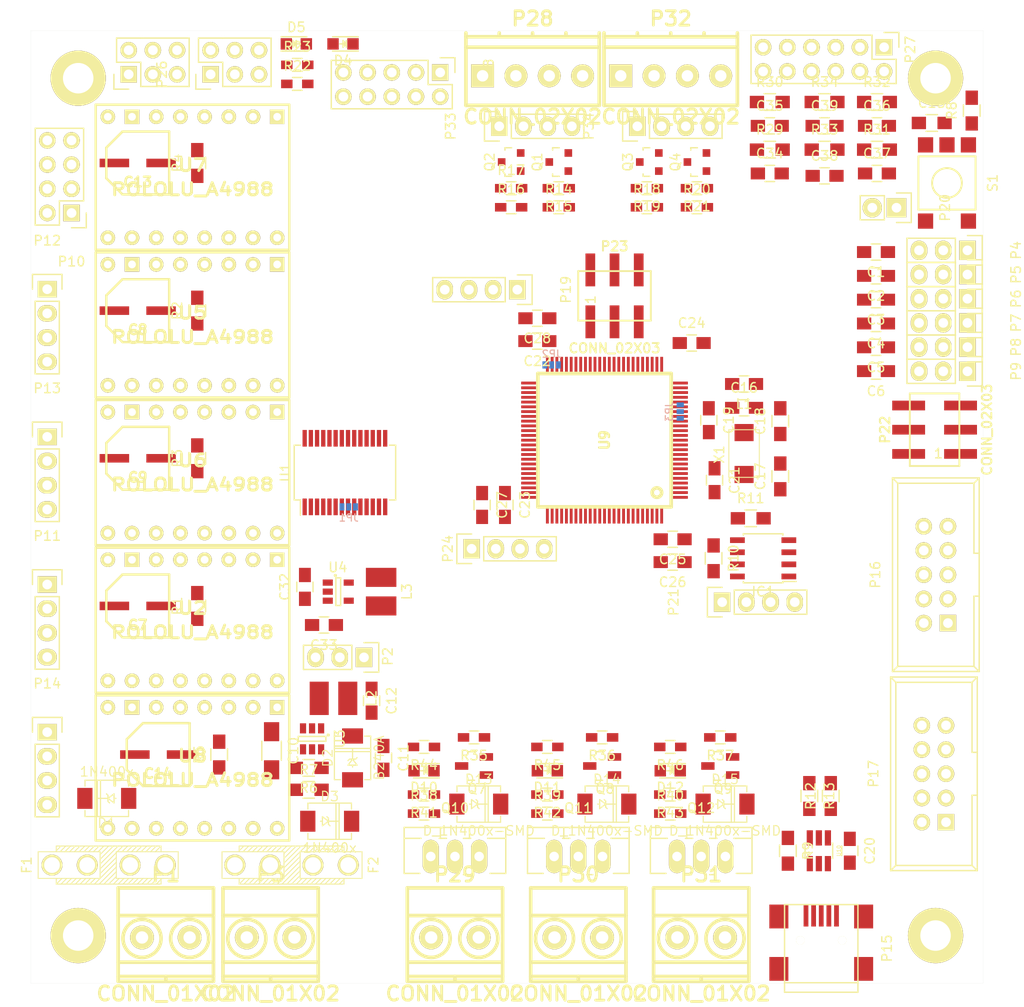
<source format=kicad_pcb>
(kicad_pcb (version 4) (host pcbnew 4.0.2-stable)
  (title_block (title "ReST32 Main") (date 2016-02-27) (rev "Rev. A") (company "Matthias Nowak"))
  (layers (0 F.Cu signal) (31 B.Cu signal) (34 B.Paste user) (35 F.Paste user) (36 B.SilkS user) (37 F.SilkS user) (38 B.Mask user) (39 F.Mask user) (44 Edge.Cuts user))
  (net 0 "")
  (net 1 VCC)
  (net 2 GND)
  (net 3 +3V3)
  (net 4 +12V)
  (net 5 +5V)
  (net 6 VEE)
  (net 7 ENDSTOP_X_MIN)
  (net 8 RESET)
  (net 9 ENDSTOP_Y_MIN)
  (net 10 ENDSTOP_Z_MIN)
  (net 11 ENDSTOP_X_MAX)
  (net 12 ENDSTOP_Y_MAX)
  (net 13 ENDSTOP_Z_MAX)
  (net 14 "Net-(C11-Pad1)")
  (net 15 "Net-(C11-Pad2)")
  (net 16 "Net-(C16-Pad1)")
  (net 17 "Net-(C17-Pad2)")
  (net 18 "Net-(C18-Pad1)")
  (net 19 P_VCAP_2)
  (net 20 "Net-(C28-Pad1)")
  (net 21 TEMP_4)
  (net 22 TEMP_5)
  (net 23 TEMP_0)
  (net 24 TEMP_1)
  (net 25 TEMP_2)
  (net 26 TEMP_3)
  (net 27 +12VA)
  (net 28 "Net-(D10-Pad2)")
  (net 29 /Heater/HEATER_0_OUT)
  (net 30 "Net-(D11-Pad2)")
  (net 31 /Heater/HEATER_1_OUT)
  (net 32 "Net-(D12-Pad2)")
  (net 33 /Heater/HEATER_2_OUT)
  (net 34 "/Power Input/12V-R")
  (net 35 "/Power Input/12VA-R")
  (net 36 I2C_SCL)
  (net 37 "Net-(L3-Pad1)")
  (net 38 "Net-(P10-Pad1)")
  (net 39 "Net-(P10-Pad3)")
  (net 40 "Net-(P10-Pad5)")
  (net 41 "Net-(P10-Pad7)")
  (net 42 "Net-(P11-Pad1)")
  (net 43 "Net-(P11-Pad2)")
  (net 44 "Net-(P11-Pad3)")
  (net 45 "Net-(P11-Pad4)")
  (net 46 "Net-(P12-Pad1)")
  (net 47 "Net-(P12-Pad2)")
  (net 48 "Net-(P12-Pad3)")
  (net 49 "Net-(P12-Pad4)")
  (net 50 "Net-(P13-Pad1)")
  (net 51 "Net-(P13-Pad2)")
  (net 52 "Net-(P13-Pad3)")
  (net 53 "Net-(P13-Pad4)")
  (net 54 "Net-(P14-Pad1)")
  (net 55 "Net-(P14-Pad2)")
  (net 56 "Net-(P14-Pad3)")
  (net 57 "Net-(P14-Pad4)")
  (net 58 /Logic/USB_D-)
  (net 59 /Logic/USB_D+)
  (net 60 "Net-(P15-Pad6)")
  (net 61 SPI_SCK)
  (net 62 DISPLAY_EXTRA_0)
  (net 63 SPI_MISO)
  (net 64 SPI_CS1)
  (net 65 SPI_MOSI)
  (net 66 SPI_CS2)
  (net 67 DISPLAY_WR)
  (net 68 DISPLAY_RD)
  (net 69 DISPLAY_D1)
  (net 70 DISPLAY_D0)
  (net 71 DISPLAY_D3)
  (net 72 DISPLAY_D2)
  (net 73 DISPLAY_D5)
  (net 74 DISPLAY_D4)
  (net 75 DISPLAY_D7)
  (net 76 DISPLAY_D6)
  (net 77 DISPLAY_CD)
  (net 78 DISPLAY_CS)
  (net 79 UART_1_RX)
  (net 80 UART_1_TX)
  (net 81 I2C_SDA)
  (net 82 SERVO_1)
  (net 83 SERVO_0)
  (net 84 BOOT_0)
  (net 85 BOOT_1)
  (net 86 SWD_IO)
  (net 87 SWD_CLK)
  (net 88 "/Extra Power Output/EXTRA_0_OUT")
  (net 89 "/Extra Power Output/EXTRA_1_OUT")
  (net 90 "/Extra Power Output/EXTRA_2_OUT")
  (net 91 "/Extra Power Output/EXTRA_3_OUT")
  (net 92 "Net-(Q1-Pad1)")
  (net 93 "Net-(Q2-Pad1)")
  (net 94 "Net-(Q3-Pad1)")
  (net 95 "Net-(Q4-Pad1)")
  (net 96 HEATER_0)
  (net 97 /Heater/HEATER_0_5VL)
  (net 98 HEATER_1)
  (net 99 /Heater/HEATER_1_5VL)
  (net 100 HEATER_2)
  (net 101 /Heater/HEATER_2_5VL)
  (net 102 "/Stepper and Endstop/E0M1")
  (net 103 "/Stepper and Endstop/YM1")
  (net 104 "/Stepper and Endstop/XM1")
  (net 105 "/Stepper and Endstop/ZM1")
  (net 106 "/Stepper and Endstop/E1M1")
  (net 107 "Net-(R6-Pad2)")
  (net 108 /Logic/USBR+)
  (net 109 USB_DP_+)
  (net 110 USB_DM_-)
  (net 111 /Logic/USBR-)
  (net 112 EXTRA_1)
  (net 113 EXTRA_0)
  (net 114 EXTRA_2)
  (net 115 EXTRA_3)
  (net 116 "Net-(Q10-Pad1)")
  (net 117 "Net-(Q11-Pad1)")
  (net 118 "Net-(Q12-Pad1)")
  (net 119 "/Stepper and Endstop/XM3")
  (net 120 "/Stepper and Endstop/XM2")
  (net 121 "/Stepper and Endstop/YM3")
  (net 122 "/Stepper and Endstop/YM2")
  (net 123 "/Stepper and Endstop/ZM3")
  (net 124 "/Stepper and Endstop/ZM2")
  (net 125 "/Stepper and Endstop/E0M3")
  (net 126 "/Stepper and Endstop/E0M2")
  (net 127 "/Stepper and Endstop/E1M3")
  (net 128 "/Stepper and Endstop/E1M2")
  (net 129 STEPPER_E_0_EN)
  (net 130 "Net-(U2-Pad13)")
  (net 131 STEPPER_E_0_STEP)
  (net 132 STEPPER_E_0_DIR)
  (net 133 STEPPER_Y_EN)
  (net 134 "Net-(U5-Pad13)")
  (net 135 STEPPER_Y_STEP)
  (net 136 STEPPER_Y_DIR)
  (net 137 STEPPER_X_EN)
  (net 138 "Net-(U6-Pad13)")
  (net 139 STEPPER_X_STEP)
  (net 140 STEPPER_X_DIR)
  (net 141 STEPPER_Z_EN)
  (net 142 "Net-(U7-Pad13)")
  (net 143 STEPPER_Z_STEP)
  (net 144 STEPPER_Z_DIR)
  (net 145 STEPPER_E_1_EN)
  (net 146 "Net-(U8-Pad13)")
  (net 147 STEPPER_E_1_STEP)
  (net 148 STEPPER_E_1_DIR)
  (net 149 P_VSSA)
  (net 150 USER_0)
  (net 151 USER_1)
  (net 152 USER_2)
  (net 153 USER_3)
  (net 154 USER_4)
  (net 155 USER_5)
  (net 156 USER_6)
  (net 157 USER_7)
  (net 158 P_VCAP_1)
  (net 159 "Net-(D4-Pad2)")
  (net 160 "Net-(D5-Pad2)")
  (module ReST-Library:1pin (layer F.Cu) (at 24.45 160.45)
    (fp_text reference REF** (at 0 -0.9) (layer F.SilkS))
    (fp_text value 1pin)
    (pad "" np_thru_hole circle (at 0 0) (size 5.8 5.8) (drill 3.2) (layers *.Cu *.Mask F.SilkS))
  )
  (module ReST-Library:1pin (layer F.Cu) (at 114.45 160.45)
    (fp_text reference REF** (at 0 -0.9) (layer F.SilkS))
    (fp_text value 1pin)
    (pad "" np_thru_hole circle (at 0 0) (size 5.8 5.8) (drill 3.2) (layers *.Cu *.Mask F.SilkS))
  )
  (module ReST-Library:1pin (layer F.Cu) (at 114.45 70.45)
    (fp_text reference REF** (at 0 -0.9) (layer F.SilkS))
    (fp_text value 1pin)
    (pad "" np_thru_hole circle (at 0 0) (size 5.8 5.8) (drill 3.2) (layers *.Cu *.Mask F.SilkS))
  )
  (module Capacitors_SMD:C_0805_HandSoldering (layer F.Cu) (at 108.2 88.7 180)
    (fp_text reference C1 (at 0 -2.1 180) (layer F.SilkS))
    (fp_text value 10nF)
    (pad 1 smd rect (at -1.25 0 180) (size 1.5 1.25) (layers F.Cu F.Paste F.Mask) (net 7 ENDSTOP_X_MIN))
    (pad 2 smd rect (at 1.25 0 180) (size 1.5 1.25) (layers F.Cu F.Paste F.Mask) (net 2 GND))
  )
  (module Capacitors_SMD:C_0805_HandSoldering (layer F.Cu) (at 108.2 91.2 180)
    (fp_text reference C2 (at 0 -2.1 180) (layer F.SilkS))
    (fp_text value 10nF)
    (pad 1 smd rect (at -1.25 0 180) (size 1.5 1.25) (layers F.Cu F.Paste F.Mask) (net 9 ENDSTOP_Y_MIN))
    (pad 2 smd rect (at 1.25 0 180) (size 1.5 1.25) (layers F.Cu F.Paste F.Mask) (net 2 GND))
  )
  (module Capacitors_SMD:C_0805_HandSoldering (layer F.Cu) (at 108.2 93.7 180)
    (fp_text reference C3 (at 0 -2.1 180) (layer F.SilkS))
    (fp_text value 10nF)
    (pad 1 smd rect (at -1.25 0 180) (size 1.5 1.25) (layers F.Cu F.Paste F.Mask) (net 10 ENDSTOP_Z_MIN))
    (pad 2 smd rect (at 1.25 0 180) (size 1.5 1.25) (layers F.Cu F.Paste F.Mask) (net 2 GND))
  )
  (module Capacitors_SMD:C_0805_HandSoldering (layer F.Cu) (at 108.2 96.2 180)
    (fp_text reference C4 (at 0 -2.1 180) (layer F.SilkS))
    (fp_text value 10nF)
    (pad 1 smd rect (at -1.25 0 180) (size 1.5 1.25) (layers F.Cu F.Paste F.Mask) (net 11 ENDSTOP_X_MAX))
    (pad 2 smd rect (at 1.25 0 180) (size 1.5 1.25) (layers F.Cu F.Paste F.Mask) (net 2 GND))
  )
  (module Capacitors_SMD:C_0805_HandSoldering (layer F.Cu) (at 108.2 98.7 180)
    (fp_text reference C5 (at 0 -2.1 180) (layer F.SilkS))
    (fp_text value 10nF)
    (pad 1 smd rect (at -1.25 0 180) (size 1.5 1.25) (layers F.Cu F.Paste F.Mask) (net 12 ENDSTOP_Y_MAX))
    (pad 2 smd rect (at 1.25 0 180) (size 1.5 1.25) (layers F.Cu F.Paste F.Mask) (net 2 GND))
  )
  (module Capacitors_SMD:C_0805_HandSoldering (layer F.Cu) (at 108.2 101.2 180)
    (fp_text reference C6 (at 0 -2.1 180) (layer F.SilkS))
    (fp_text value 10nF)
    (pad 1 smd rect (at -1.25 0 180) (size 1.5 1.25) (layers F.Cu F.Paste F.Mask) (net 13 ENDSTOP_Z_MAX))
    (pad 2 smd rect (at 1.25 0 180) (size 1.5 1.25) (layers F.Cu F.Paste F.Mask) (net 2 GND))
  )
  (module ReST-Library:CP-PANASONIC-SMT_D8 (layer F.Cu) (at 30.7 125.85)
    (fp_text reference C7 (at 0 1.99898) (layer F.SilkS) (effects (font (size 1.016 1.016) (thickness 0.254))))
    (fp_text value 100uF hide)
    (pad 1 smd rect (at -2.4511 0) (size 3.0988 0.89916) (layers F.Cu F.Paste F.Mask) (net 4 +12V))
    (pad 2 smd rect (at 2.4511 0) (size 3.0988 0.89916) (layers F.Cu F.Paste F.Mask) (net 2 GND))
  )
  (module ReST-Library:CP-PANASONIC-SMT_D8 (layer F.Cu) (at 30.7 94.85)
    (fp_text reference C8 (at 0 1.99898) (layer F.SilkS) (effects (font (size 1.016 1.016) (thickness 0.254))))
    (fp_text value 100uF hide)
    (pad 1 smd rect (at -2.4511 0) (size 3.0988 0.89916) (layers F.Cu F.Paste F.Mask) (net 4 +12V))
    (pad 2 smd rect (at 2.4511 0) (size 3.0988 0.89916) (layers F.Cu F.Paste F.Mask) (net 2 GND))
  )
  (module ReST-Library:CP-PANASONIC-SMT_D8 (layer F.Cu) (at 30.7 110.35)
    (fp_text reference C9 (at 0 1.99898) (layer F.SilkS) (effects (font (size 1.016 1.016) (thickness 0.254))))
    (fp_text value 100uF hide)
    (pad 1 smd rect (at -2.4511 0) (size 3.0988 0.89916) (layers F.Cu F.Paste F.Mask) (net 4 +12V))
    (pad 2 smd rect (at 2.4511 0) (size 3.0988 0.89916) (layers F.Cu F.Paste F.Mask) (net 2 GND))
  )
  (module Capacitors_SMD:C_0805_HandSoldering (layer F.Cu) (at 56.5 141.8 270)
    (fp_text reference C11 (at 0 -2.1 270) (layer F.SilkS))
    (fp_text value 22nF)
    (pad 1 smd rect (at -1.25 0 270) (size 1.5 1.25) (layers F.Cu F.Paste F.Mask) (net 14 "Net-(C11-Pad1)"))
    (pad 2 smd rect (at 1.25 0 270) (size 1.5 1.25) (layers F.Cu F.Paste F.Mask) (net 15 "Net-(C11-Pad2)"))
  )
  (module Capacitors_SMD:C_0805_HandSoldering (layer F.Cu) (at 55.25 135.8 270)
    (fp_text reference C12 (at 0 -2.1 270) (layer F.SilkS))
    (fp_text value 4.7uF)
    (pad 1 smd rect (at -1.25 0 270) (size 1.5 1.25) (layers F.Cu F.Paste F.Mask) (net 6 VEE))
    (pad 2 smd rect (at 1.25 0 270) (size 1.5 1.25) (layers F.Cu F.Paste F.Mask) (net 2 GND))
  )
  (module ReST-Library:CP-PANASONIC-SMT_D8 (layer F.Cu) (at 30.7 79.35)
    (fp_text reference C13 (at 0 1.99898) (layer F.SilkS) (effects (font (size 1.016 1.016) (thickness 0.254))))
    (fp_text value 100uF hide)
    (pad 1 smd rect (at -2.4511 0) (size 3.0988 0.89916) (layers F.Cu F.Paste F.Mask) (net 4 +12V))
    (pad 2 smd rect (at 2.4511 0) (size 3.0988 0.89916) (layers F.Cu F.Paste F.Mask) (net 2 GND))
  )
  (module ReST-Library:CP-PANASONIC-SMT_D8 (layer F.Cu) (at 32.85 141.45)
    (fp_text reference C14 (at 0 1.99898) (layer F.SilkS) (effects (font (size 1.016 1.016) (thickness 0.254))))
    (fp_text value 100uF hide)
    (pad 1 smd rect (at -2.4511 0) (size 3.0988 0.89916) (layers F.Cu F.Paste F.Mask) (net 4 +12V))
    (pad 2 smd rect (at 2.4511 0) (size 3.0988 0.89916) (layers F.Cu F.Paste F.Mask) (net 2 GND))
  )
  (module Resistors_SMD:R_0805_HandSoldering (layer F.Cu) (at 114.05 75.15)
    (fp_text reference C15 (at 0 -2.1) (layer F.SilkS))
    (fp_text value 100nF)
    (pad 1 smd rect (at -1.35 0) (size 1.5 1.3) (layers F.Cu F.Paste F.Mask) (net 2 GND))
    (pad 2 smd rect (at 1.35 0) (size 1.5 1.3) (layers F.Cu F.Paste F.Mask) (net 8 RESET))
  )
  (module Capacitors_SMD:C_0805_HandSoldering (layer F.Cu) (at 94.35 105.05)
    (fp_text reference C16 (at 0 -2.1) (layer F.SilkS))
    (fp_text value 10uF)
    (pad 1 smd rect (at -1.25 0) (size 1.5 1.25) (layers F.Cu F.Paste F.Mask) (net 16 "Net-(C16-Pad1)"))
    (pad 2 smd rect (at 1.25 0) (size 1.5 1.25) (layers F.Cu F.Paste F.Mask) (net 2 GND))
  )
  (module Resistors_SMD:R_0805_HandSoldering (layer F.Cu) (at 98.15 112.25 90)
    (fp_text reference C17 (at 0 -2.1 90) (layer F.SilkS))
    (fp_text value 30pF)
    (pad 1 smd rect (at -1.35 0 90) (size 1.5 1.3) (layers F.Cu F.Paste F.Mask) (net 2 GND))
    (pad 2 smd rect (at 1.35 0 90) (size 1.5 1.3) (layers F.Cu F.Paste F.Mask) (net 17 "Net-(C17-Pad2)"))
  )
  (module Resistors_SMD:R_0805_HandSoldering (layer F.Cu) (at 98.15 106.45 90)
    (fp_text reference C18 (at 0 -2.1 90) (layer F.SilkS))
    (fp_text value 30pF)
    (pad 1 smd rect (at -1.35 0 90) (size 1.5 1.3) (layers F.Cu F.Paste F.Mask) (net 18 "Net-(C18-Pad1)"))
    (pad 2 smd rect (at 1.35 0 90) (size 1.5 1.3) (layers F.Cu F.Paste F.Mask) (net 2 GND))
  )
  (module Capacitors_SMD:C_0805_HandSoldering (layer F.Cu) (at 90.65 106.35 270)
    (fp_text reference C19 (at 0 -2.1 270) (layer F.SilkS))
    (fp_text value 100nF)
    (pad 1 smd rect (at -1.25 0 270) (size 1.5 1.25) (layers F.Cu F.Paste F.Mask) (net 16 "Net-(C16-Pad1)"))
    (pad 2 smd rect (at 1.25 0 270) (size 1.5 1.25) (layers F.Cu F.Paste F.Mask) (net 2 GND))
  )
  (module Capacitors_SMD:C_0805_HandSoldering (layer F.Cu) (at 105.45 151.55 270)
    (fp_text reference C20 (at 0 -2.1 270) (layer F.SilkS))
    (fp_text value 100nF)
    (pad 1 smd rect (at -1.25 0 270) (size 1.5 1.25) (layers F.Cu F.Paste F.Mask) (net 1 VCC))
    (pad 2 smd rect (at 1.25 0 270) (size 1.5 1.25) (layers F.Cu F.Paste F.Mask) (net 2 GND))
  )
  (module Capacitors_SMD:C_0805_HandSoldering (layer F.Cu) (at 91.25 112.65 270)
    (fp_text reference C21 (at 0 -2.1 270) (layer F.SilkS))
    (fp_text value 100nF)
    (pad 1 smd rect (at -1.25 0 270) (size 1.5 1.25) (layers F.Cu F.Paste F.Mask) (net 3 +3V3))
    (pad 2 smd rect (at 1.25 0 270) (size 1.5 1.25) (layers F.Cu F.Paste F.Mask) (net 2 GND))
  )
  (module Capacitors_SMD:C_0805_HandSoldering (layer F.Cu) (at 72.65 98.05 180)
    (fp_text reference C22 (at 0 -2.1 180) (layer F.SilkS))
    (fp_text value 100nF)
    (pad 1 smd rect (at -1.25 0 180) (size 1.5 1.25) (layers F.Cu F.Paste F.Mask) (net 3 +3V3))
    (pad 2 smd rect (at 1.25 0 180) (size 1.5 1.25) (layers F.Cu F.Paste F.Mask) (net 2 GND))
  )
  (module Capacitors_SMD:C_0805_HandSoldering (layer F.Cu) (at 69.25 115.25 270)
    (fp_text reference C23 (at 0 -2.1 270) (layer F.SilkS))
    (fp_text value 100nF)
    (pad 1 smd rect (at -1.25 0 270) (size 1.5 1.25) (layers F.Cu F.Paste F.Mask) (net 3 +3V3))
    (pad 2 smd rect (at 1.25 0 270) (size 1.5 1.25) (layers F.Cu F.Paste F.Mask) (net 2 GND))
  )
  (module Capacitors_SMD:C_0805_HandSoldering (layer F.Cu) (at 88.85 98.25)
    (fp_text reference C24 (at 0 -2.1) (layer F.SilkS))
    (fp_text value 100nF)
    (pad 1 smd rect (at -1.25 0) (size 1.5 1.25) (layers F.Cu F.Paste F.Mask) (net 3 +3V3))
    (pad 2 smd rect (at 1.25 0) (size 1.5 1.25) (layers F.Cu F.Paste F.Mask) (net 2 GND))
  )
  (module Capacitors_SMD:C_0805_HandSoldering (layer F.Cu) (at 86.85 118.85 180)
    (fp_text reference C25 (at 0 -2.1 180) (layer F.SilkS))
    (fp_text value 100nF)
    (pad 1 smd rect (at -1.25 0 180) (size 1.5 1.25) (layers F.Cu F.Paste F.Mask) (net 3 +3V3))
    (pad 2 smd rect (at 1.25 0 180) (size 1.5 1.25) (layers F.Cu F.Paste F.Mask) (net 2 GND))
  )
  (module Capacitors_SMD:C_0805_HandSoldering (layer F.Cu) (at 86.85 121.25 180)
    (fp_text reference C26 (at 0 -2.1 180) (layer F.SilkS))
    (fp_text value 4.7uF)
    (pad 1 smd rect (at -1.25 0 180) (size 1.5 1.25) (layers F.Cu F.Paste F.Mask) (net 3 +3V3))
    (pad 2 smd rect (at 1.25 0 180) (size 1.5 1.25) (layers F.Cu F.Paste F.Mask) (net 2 GND))
  )
  (module Capacitors_SMD:C_0805_HandSoldering (layer F.Cu) (at 66.85 115.25 270)
    (fp_text reference C27 (at 0 -2.1 270) (layer F.SilkS))
    (fp_text value 2u2)
    (pad 1 smd rect (at -1.25 0 270) (size 1.5 1.25) (layers F.Cu F.Paste F.Mask) (net 19 P_VCAP_2))
    (pad 2 smd rect (at 1.25 0 270) (size 1.5 1.25) (layers F.Cu F.Paste F.Mask) (net 2 GND))
  )
  (module Capacitors_SMD:C_0805_HandSoldering (layer F.Cu) (at 72.65 95.65 180)
    (fp_text reference C28 (at 0 -2.1 180) (layer F.SilkS))
    (fp_text value 2u2)
    (pad 1 smd rect (at -1.25 0 180) (size 1.5 1.25) (layers F.Cu F.Paste F.Mask) (net 20 "Net-(C28-Pad1)"))
    (pad 2 smd rect (at 1.25 0 180) (size 1.5 1.25) (layers F.Cu F.Paste F.Mask) (net 2 GND))
  )
  (module Capacitors_SMD:C_0805_HandSoldering (layer F.Cu) (at 48.25 123.85 90)
    (fp_text reference C32 (at 0 -2.1 90) (layer F.SilkS))
    (fp_text value 10uF)
    (pad 1 smd rect (at -1.25 0 90) (size 1.5 1.25) (layers F.Cu F.Paste F.Mask) (net 2 GND))
    (pad 2 smd rect (at 1.25 0 90) (size 1.5 1.25) (layers F.Cu F.Paste F.Mask) (net 5 +5V))
  )
  (module Capacitors_SMD:C_0805_HandSoldering (layer F.Cu) (at 50.25 127.85 180)
    (fp_text reference C33 (at 0 -2.1 180) (layer F.SilkS))
    (fp_text value 10uF)
    (pad 1 smd rect (at -1.25 0 180) (size 1.5 1.25) (layers F.Cu F.Paste F.Mask) (net 3 +3V3))
    (pad 2 smd rect (at 1.25 0 180) (size 1.5 1.25) (layers F.Cu F.Paste F.Mask) (net 2 GND))
  )
  (module Capacitors_SMD:C_0805_HandSoldering (layer F.Cu) (at 97.05 80.45)
    (fp_text reference C34 (at 0 -2.1) (layer F.SilkS))
    (fp_text value 10uF)
    (pad 1 smd rect (at -1.25 0) (size 1.5 1.25) (layers F.Cu F.Paste F.Mask) (net 21 TEMP_4))
    (pad 2 smd rect (at 1.25 0) (size 1.5 1.25) (layers F.Cu F.Paste F.Mask) (net 2 GND))
  )
  (module Capacitors_SMD:C_0805_HandSoldering (layer F.Cu) (at 97.05 75.45)
    (fp_text reference C35 (at 0 -2.1) (layer F.SilkS))
    (fp_text value 10uF)
    (pad 1 smd rect (at -1.25 0) (size 1.5 1.25) (layers F.Cu F.Paste F.Mask) (net 22 TEMP_5))
    (pad 2 smd rect (at 1.25 0) (size 1.5 1.25) (layers F.Cu F.Paste F.Mask) (net 2 GND))
  )
  (module Capacitors_SMD:C_0805_HandSoldering (layer F.Cu) (at 108.3 75.45)
    (fp_text reference C36 (at 0 -2.1) (layer F.SilkS))
    (fp_text value 10uF)
    (pad 1 smd rect (at -1.25 0) (size 1.5 1.25) (layers F.Cu F.Paste F.Mask) (net 23 TEMP_0))
    (pad 2 smd rect (at 1.25 0) (size 1.5 1.25) (layers F.Cu F.Paste F.Mask) (net 2 GND))
  )
  (module Capacitors_SMD:C_0805_HandSoldering (layer F.Cu) (at 108.3 80.45)
    (fp_text reference C37 (at 0 -2.1) (layer F.SilkS))
    (fp_text value 10uF)
    (pad 1 smd rect (at -1.25 0) (size 1.5 1.25) (layers F.Cu F.Paste F.Mask) (net 24 TEMP_1))
    (pad 2 smd rect (at 1.25 0) (size 1.5 1.25) (layers F.Cu F.Paste F.Mask) (net 2 GND))
  )
  (module Capacitors_SMD:C_0805_HandSoldering (layer F.Cu) (at 102.8 80.7)
    (fp_text reference C38 (at 0 -2.1) (layer F.SilkS))
    (fp_text value 10uF)
    (pad 1 smd rect (at -1.25 0) (size 1.5 1.25) (layers F.Cu F.Paste F.Mask) (net 25 TEMP_2))
    (pad 2 smd rect (at 1.25 0) (size 1.5 1.25) (layers F.Cu F.Paste F.Mask) (net 2 GND))
  )
  (module Capacitors_SMD:C_0805_HandSoldering (layer F.Cu) (at 102.8 75.45)
    (fp_text reference C39 (at 0 -2.1) (layer F.SilkS))
    (fp_text value 10uF)
    (pad 1 smd rect (at -1.25 0) (size 1.5 1.25) (layers F.Cu F.Paste F.Mask) (net 26 TEMP_3))
    (pad 2 smd rect (at 1.25 0) (size 1.5 1.25) (layers F.Cu F.Paste F.Mask) (net 2 GND))
  )
  (module LEDs:LED_0805 (layer F.Cu) (at 60.75 143.15 180)
    (fp_text reference D10 (at 0 -1.75 180) (layer F.SilkS))
    (fp_text value LED)
    (pad 2 smd rect (at 1.04902 0) (size 1.19888 1.19888) (layers F.Cu F.Paste F.Mask) (net 28 "Net-(D10-Pad2)"))
    (pad 1 smd rect (at -1.04902 0) (size 1.19888 1.19888) (layers F.Cu F.Paste F.Mask) (net 29 /Heater/HEATER_0_OUT))
  )
  (module LEDs:LED_0805 (layer F.Cu) (at 73.7 143.15 180)
    (fp_text reference D11 (at 0 -1.75 180) (layer F.SilkS))
    (fp_text value LED)
    (pad 2 smd rect (at 1.04902 0) (size 1.19888 1.19888) (layers F.Cu F.Paste F.Mask) (net 30 "Net-(D11-Pad2)"))
    (pad 1 smd rect (at -1.04902 0) (size 1.19888 1.19888) (layers F.Cu F.Paste F.Mask) (net 31 /Heater/HEATER_1_OUT))
  )
  (module LEDs:LED_0805 (layer F.Cu) (at 86.6 143.15 180)
    (fp_text reference D12 (at 0 -1.75 180) (layer F.SilkS))
    (fp_text value LED)
    (pad 2 smd rect (at 1.04902 0) (size 1.19888 1.19888) (layers F.Cu F.Paste F.Mask) (net 32 "Net-(D12-Pad2)"))
    (pad 1 smd rect (at -1.04902 0) (size 1.19888 1.19888) (layers F.Cu F.Paste F.Mask) (net 33 /Heater/HEATER_2_OUT))
  )
  (module ReST-Library:MINI-FUSE (layer F.Cu) (at 27.65 153.05 180)
    (fp_text reference F1 (at 8.6 0 270) (layer F.SilkS))
    (fp_text value F_Small)
    (pad 1 thru_hole circle (at -2.25 0 180) (size 2.2 2.2) (drill 1.65) (layers *.Cu *.Mask F.SilkS) (net 34 "/Power Input/12V-R"))
    (pad 1 thru_hole circle (at -5.95 0 180) (size 2.2 2.2) (drill 1.65) (layers *.Cu *.Mask F.SilkS) (net 34 "/Power Input/12V-R"))
    (pad 2 thru_hole circle (at 2.25 0 180) (size 2.2 2.2) (drill 1.65) (layers *.Cu *.Mask F.SilkS) (net 4 +12V))
    (pad 2 thru_hole circle (at 5.95 0 180) (size 2.2 2.2) (drill 1.65) (layers *.Cu *.Mask F.SilkS) (net 4 +12V))
  )
  (module ReST-Library:MINI-FUSE (layer F.Cu) (at 46.85 153.05)
    (fp_text reference F2 (at 8.6 0 90) (layer F.SilkS))
    (fp_text value F_Small)
    (pad 1 thru_hole circle (at -2.25 0) (size 2.2 2.2) (drill 1.65) (layers *.Cu *.Mask F.SilkS) (net 35 "/Power Input/12VA-R"))
    (pad 1 thru_hole circle (at -5.95 0) (size 2.2 2.2) (drill 1.65) (layers *.Cu *.Mask F.SilkS) (net 35 "/Power Input/12VA-R"))
    (pad 2 thru_hole circle (at 2.25 0) (size 2.2 2.2) (drill 1.65) (layers *.Cu *.Mask F.SilkS) (net 27 +12VA))
    (pad 2 thru_hole circle (at 5.95 0) (size 2.2 2.2) (drill 1.65) (layers *.Cu *.Mask F.SilkS) (net 27 +12VA))
  )
  (module Housings_SOIC:SOIC-8_3.9x4.9mm_Pitch1.27mm (layer F.Cu) (at 96.35 120.85 180)
    (fp_text reference IC1 (at 0 -3.5 180) (layer F.SilkS))
    (fp_text value AT24C256)
    (pad 1 smd rect (at -2.7 -1.905 180) (size 1.55 0.6) (layers F.Cu F.Paste F.Mask) (net 2 GND))
    (pad 2 smd rect (at -2.7 -0.635 180) (size 1.55 0.6) (layers F.Cu F.Paste F.Mask) (net 2 GND))
    (pad 3 smd rect (at -2.7 0.635 180) (size 1.55 0.6) (layers F.Cu F.Paste F.Mask))
    (pad 4 smd rect (at -2.7 1.905 180) (size 1.55 0.6) (layers F.Cu F.Paste F.Mask) (net 2 GND))
    (pad 5 smd rect (at 2.7 1.905 180) (size 1.55 0.6) (layers F.Cu F.Paste F.Mask) (net 81 I2C_SDA))
    (pad 6 smd rect (at 2.7 0.635 180) (size 1.55 0.6) (layers F.Cu F.Paste F.Mask) (net 36 I2C_SCL))
    (pad 7 smd rect (at 2.7 -0.635 180) (size 1.55 0.6) (layers F.Cu F.Paste F.Mask) (net 2 GND))
    (pad 8 smd rect (at 2.7 -1.905 180) (size 1.55 0.6) (layers F.Cu F.Paste F.Mask) (net 3 +3V3))
  )
  (module ReST-Library:S_JUMPER_3 (layer B.Cu) (at 52.85 115.45)
    (fp_text reference JP1 (at 0 1.15) (layer B.SilkS) (effects (font (size 0.762 0.762) (thickness 0.127)) (justify mirror)))
    (fp_text value JUMPER3 hide)
    (pad 2 smd rect (at 0 0) (size 0.508 0.762) (layers B.Cu B.Paste B.Mask) (net 2 GND) (clearance 0.2032))
    (pad 1 smd rect (at -0.7112 0) (size 0.508 0.762) (layers B.Cu B.Paste B.Mask) (net 3 +3V3) (clearance 0.2032))
    (pad 3 smd rect (at 0.7112 0) (size 0.508 0.762) (layers B.Cu B.Paste B.Mask) (net 2 GND) (clearance 0.2032))
  )
  (module ReST-Library:S_JUMPER_3 (layer B.Cu) (at 74.15 100.55 180)
    (fp_text reference JP2 (at 0 1.15 180) (layer B.SilkS) (effects (font (size 0.762 0.762) (thickness 0.127)) (justify mirror)))
    (fp_text value JUMPER3 hide)
    (pad 2 smd rect (at 0 0 180) (size 0.508 0.762) (layers B.Cu B.Paste B.Mask) (net 158 P_VCAP_1) (clearance 0.2032))
    (pad 1 smd rect (at -0.7112 0 180) (size 0.508 0.762) (layers B.Cu B.Paste B.Mask) (net 20 "Net-(C28-Pad1)") (clearance 0.2032))
    (pad 3 smd rect (at 0.7112 0 180) (size 0.508 0.762) (layers B.Cu B.Paste B.Mask) (net 2 GND) (clearance 0.2032))
  )
  (module ReST-Library:S_JUMPER_3 (layer B.Cu) (at 87.65 105.45 270)
    (fp_text reference JP3 (at 0 1.15 270) (layer B.SilkS) (effects (font (size 0.762 0.762) (thickness 0.127)) (justify mirror)))
    (fp_text value JUMPER3 hide)
    (pad 2 smd rect (at 0 0 270) (size 0.508 0.762) (layers B.Cu B.Paste B.Mask) (net 149 P_VSSA) (clearance 0.2032))
    (pad 1 smd rect (at -0.7112 0 270) (size 0.508 0.762) (layers B.Cu B.Paste B.Mask) (net 3 +3V3) (clearance 0.2032))
    (pad 3 smd rect (at 0.7112 0 270) (size 0.508 0.762) (layers B.Cu B.Paste B.Mask) (net 2 GND) (clearance 0.2032))
  )
  (module Capacitors_SMD:C_0805_HandSoldering (layer F.Cu) (at 94.35 102.55 180)
    (fp_text reference L1 (at 0 -2.1 180) (layer F.SilkS))
    (fp_text value BEAD)
    (pad 1 smd rect (at -1.25 0 180) (size 1.5 1.25) (layers F.Cu F.Paste F.Mask) (net 3 +3V3))
    (pad 2 smd rect (at 1.25 0 180) (size 1.5 1.25) (layers F.Cu F.Paste F.Mask) (net 16 "Net-(C16-Pad1)"))
  )
  (module ReST-Library:CD32 (layer F.Cu) (at 51.25 135.55 90)
    (fp_text reference L2 (at 0 4 90) (layer F.SilkS))
    (fp_text value 4.7uH)
    (pad 2 smd rect (at 0 1.5 90) (size 3.5 2) (layers F.Cu F.Paste F.Mask) (net 6 VEE))
    (pad 1 smd rect (at 0 -1.5 90) (size 3.5 2) (layers F.Cu F.Paste F.Mask) (net 14 "Net-(C11-Pad1)"))
  )
  (module ReST-Library:screw-5-2P (layer F.Cu) (at 33.65 160.65)
    (fp_text reference P1 (at 0 -6.6) (layer F.SilkS) (effects (font (size 1.5 1.5) (thickness 0.3))))
    (fp_text value CONN_01X02 (at 0 5.9) (layer F.SilkS) (effects (font (size 1.5 1.5) (thickness 0.3))))
    (pad 1 thru_hole circle (at -2.5 0) (size 2.5 2.5) (drill 1.3) (layers *.Cu *.Mask F.SilkS) (net 34 "/Power Input/12V-R"))
    (pad 2 thru_hole circle (at 2.5 0) (size 2.5 2.5) (drill 1.3) (layers *.Cu *.Mask F.SilkS) (net 2 GND))
  )
  (module Pin_Headers:Pin_Header_Straight_1x03 (layer F.Cu) (at 54.45 131.25 270)
    (fp_text reference P2 (at -0.1 -2.5 270) (layer F.SilkS))
    (fp_text value CONN_01X03)
    (pad 1 thru_hole rect (at 0 0 270) (size 2.032 1.7272) (drill 1.016) (layers *.Cu *.Mask F.SilkS) (net 1 VCC))
    (pad 2 thru_hole oval (at 0 2.54 270) (size 2.032 1.7272) (drill 1.016) (layers *.Cu *.Mask F.SilkS) (net 5 +5V))
    (pad 3 thru_hole oval (at 0 5.08 270) (size 2.032 1.7272) (drill 1.016) (layers *.Cu *.Mask F.SilkS) (net 6 VEE))
  )
  (module ReST-Library:screw-5-2P (layer F.Cu) (at 44.65 160.65)
    (fp_text reference P3 (at 0 -6.6) (layer F.SilkS) (effects (font (size 1.5 1.5) (thickness 0.3))))
    (fp_text value CONN_01X02 (at 0 5.9) (layer F.SilkS) (effects (font (size 1.5 1.5) (thickness 0.3))))
    (pad 1 thru_hole circle (at -2.5 0) (size 2.5 2.5) (drill 1.3) (layers *.Cu *.Mask F.SilkS) (net 35 "/Power Input/12VA-R"))
    (pad 2 thru_hole circle (at 2.5 0) (size 2.5 2.5) (drill 1.3) (layers *.Cu *.Mask F.SilkS) (net 2 GND))
  )
  (module Pin_Headers:Pin_Header_Straight_1x03 (layer F.Cu) (at 117.8 88.52 270)
    (fp_text reference P4 (at 0 -5.1 270) (layer F.SilkS))
    (fp_text value CONN_01X03)
    (pad 1 thru_hole rect (at 0 0 270) (size 2.032 1.7272) (drill 1.016) (layers *.Cu *.Mask F.SilkS) (net 3 +3V3))
    (pad 2 thru_hole oval (at 0 2.54 270) (size 2.032 1.7272) (drill 1.016) (layers *.Cu *.Mask F.SilkS) (net 2 GND))
    (pad 3 thru_hole oval (at 0 5.08 270) (size 2.032 1.7272) (drill 1.016) (layers *.Cu *.Mask F.SilkS) (net 7 ENDSTOP_X_MIN))
  )
  (module Pin_Headers:Pin_Header_Straight_1x03 (layer F.Cu) (at 117.8 91.06 270)
    (fp_text reference P5 (at 0 -5.1 270) (layer F.SilkS))
    (fp_text value CONN_01X03)
    (pad 1 thru_hole rect (at 0 0 270) (size 2.032 1.7272) (drill 1.016) (layers *.Cu *.Mask F.SilkS) (net 3 +3V3))
    (pad 2 thru_hole oval (at 0 2.54 270) (size 2.032 1.7272) (drill 1.016) (layers *.Cu *.Mask F.SilkS) (net 2 GND))
    (pad 3 thru_hole oval (at 0 5.08 270) (size 2.032 1.7272) (drill 1.016) (layers *.Cu *.Mask F.SilkS) (net 9 ENDSTOP_Y_MIN))
  )
  (module Pin_Headers:Pin_Header_Straight_1x03 (layer F.Cu) (at 117.8 93.6 270)
    (fp_text reference P6 (at 0 -5.1 270) (layer F.SilkS))
    (fp_text value CONN_01X03)
    (pad 1 thru_hole rect (at 0 0 270) (size 2.032 1.7272) (drill 1.016) (layers *.Cu *.Mask F.SilkS) (net 3 +3V3))
    (pad 2 thru_hole oval (at 0 2.54 270) (size 2.032 1.7272) (drill 1.016) (layers *.Cu *.Mask F.SilkS) (net 2 GND))
    (pad 3 thru_hole oval (at 0 5.08 270) (size 2.032 1.7272) (drill 1.016) (layers *.Cu *.Mask F.SilkS) (net 10 ENDSTOP_Z_MIN))
  )
  (module Pin_Headers:Pin_Header_Straight_1x03 (layer F.Cu) (at 117.8 96.14 270)
    (fp_text reference P7 (at 0 -5.1 270) (layer F.SilkS))
    (fp_text value CONN_01X03)
    (pad 1 thru_hole rect (at 0 0 270) (size 2.032 1.7272) (drill 1.016) (layers *.Cu *.Mask F.SilkS) (net 3 +3V3))
    (pad 2 thru_hole oval (at 0 2.54 270) (size 2.032 1.7272) (drill 1.016) (layers *.Cu *.Mask F.SilkS) (net 2 GND))
    (pad 3 thru_hole oval (at 0 5.08 270) (size 2.032 1.7272) (drill 1.016) (layers *.Cu *.Mask F.SilkS) (net 11 ENDSTOP_X_MAX))
  )
  (module Pin_Headers:Pin_Header_Straight_1x03 (layer F.Cu) (at 117.8 98.68 270)
    (fp_text reference P8 (at 0 -5.1 270) (layer F.SilkS))
    (fp_text value CONN_01X03)
    (pad 1 thru_hole rect (at 0 0 270) (size 2.032 1.7272) (drill 1.016) (layers *.Cu *.Mask F.SilkS) (net 3 +3V3))
    (pad 2 thru_hole oval (at 0 2.54 270) (size 2.032 1.7272) (drill 1.016) (layers *.Cu *.Mask F.SilkS) (net 2 GND))
    (pad 3 thru_hole oval (at 0 5.08 270) (size 2.032 1.7272) (drill 1.016) (layers *.Cu *.Mask F.SilkS) (net 12 ENDSTOP_Y_MAX))
  )
  (module Pin_Headers:Pin_Header_Straight_1x03 (layer F.Cu) (at 117.8 101.22 270)
    (fp_text reference P9 (at 0 -5.1 270) (layer F.SilkS))
    (fp_text value CONN_01X03)
    (pad 1 thru_hole rect (at 0 0 270) (size 2.032 1.7272) (drill 1.016) (layers *.Cu *.Mask F.SilkS) (net 3 +3V3))
    (pad 2 thru_hole oval (at 0 2.54 270) (size 2.032 1.7272) (drill 1.016) (layers *.Cu *.Mask F.SilkS) (net 2 GND))
    (pad 3 thru_hole oval (at 0 5.08 270) (size 2.032 1.7272) (drill 1.016) (layers *.Cu *.Mask F.SilkS) (net 13 ENDSTOP_Z_MAX))
  )
  (module Pin_Headers:Pin_Header_Straight_2x04 (layer F.Cu) (at 23.75 84.6 180)
    (fp_text reference P10 (at 0 -5.1 180) (layer F.SilkS))
    (fp_text value CONN_02X04)
    (pad 1 thru_hole rect (at 0 0 180) (size 1.7272 1.7272) (drill 1.016) (layers *.Cu *.Mask F.SilkS) (net 38 "Net-(P10-Pad1)"))
    (pad 2 thru_hole oval (at 2.54 0 180) (size 1.7272 1.7272) (drill 1.016) (layers *.Cu *.Mask F.SilkS) (net 38 "Net-(P10-Pad1)"))
    (pad 3 thru_hole oval (at 0 2.54 180) (size 1.7272 1.7272) (drill 1.016) (layers *.Cu *.Mask F.SilkS) (net 39 "Net-(P10-Pad3)"))
    (pad 4 thru_hole oval (at 2.54 2.54 180) (size 1.7272 1.7272) (drill 1.016) (layers *.Cu *.Mask F.SilkS) (net 39 "Net-(P10-Pad3)"))
    (pad 5 thru_hole oval (at 0 5.08 180) (size 1.7272 1.7272) (drill 1.016) (layers *.Cu *.Mask F.SilkS) (net 40 "Net-(P10-Pad5)"))
    (pad 6 thru_hole oval (at 2.54 5.08 180) (size 1.7272 1.7272) (drill 1.016) (layers *.Cu *.Mask F.SilkS) (net 40 "Net-(P10-Pad5)"))
    (pad 7 thru_hole oval (at 0 7.62 180) (size 1.7272 1.7272) (drill 1.016) (layers *.Cu *.Mask F.SilkS) (net 41 "Net-(P10-Pad7)"))
    (pad 8 thru_hole oval (at 2.54 7.62 180) (size 1.7272 1.7272) (drill 1.016) (layers *.Cu *.Mask F.SilkS) (net 41 "Net-(P10-Pad7)"))
  )
  (module Pin_Headers:Pin_Header_Straight_1x04 (layer F.Cu) (at 21.2 123.6)
    (fp_text reference P11 (at 0 -5.1) (layer F.SilkS))
    (fp_text value CONN_01X04)
    (pad 1 thru_hole rect (at 0 0) (size 2.032 1.7272) (drill 1.016) (layers *.Cu *.Mask F.SilkS) (net 42 "Net-(P11-Pad1)"))
    (pad 2 thru_hole oval (at 0 2.54) (size 2.032 1.7272) (drill 1.016) (layers *.Cu *.Mask F.SilkS) (net 43 "Net-(P11-Pad2)"))
    (pad 3 thru_hole oval (at 0 5.08) (size 2.032 1.7272) (drill 1.016) (layers *.Cu *.Mask F.SilkS) (net 44 "Net-(P11-Pad3)"))
    (pad 4 thru_hole oval (at 0 7.62) (size 2.032 1.7272) (drill 1.016) (layers *.Cu *.Mask F.SilkS) (net 45 "Net-(P11-Pad4)"))
  )
  (module Pin_Headers:Pin_Header_Straight_1x04 (layer F.Cu) (at 21.2 92.6)
    (fp_text reference P12 (at 0 -5.1) (layer F.SilkS))
    (fp_text value CONN_01X04)
    (pad 1 thru_hole rect (at 0 0) (size 2.032 1.7272) (drill 1.016) (layers *.Cu *.Mask F.SilkS) (net 46 "Net-(P12-Pad1)"))
    (pad 2 thru_hole oval (at 0 2.54) (size 2.032 1.7272) (drill 1.016) (layers *.Cu *.Mask F.SilkS) (net 47 "Net-(P12-Pad2)"))
    (pad 3 thru_hole oval (at 0 5.08) (size 2.032 1.7272) (drill 1.016) (layers *.Cu *.Mask F.SilkS) (net 48 "Net-(P12-Pad3)"))
    (pad 4 thru_hole oval (at 0 7.62) (size 2.032 1.7272) (drill 1.016) (layers *.Cu *.Mask F.SilkS) (net 49 "Net-(P12-Pad4)"))
  )
  (module Pin_Headers:Pin_Header_Straight_1x04 (layer F.Cu) (at 21.2 108.1)
    (fp_text reference P13 (at 0 -5.1) (layer F.SilkS))
    (fp_text value CONN_01X04)
    (pad 1 thru_hole rect (at 0 0) (size 2.032 1.7272) (drill 1.016) (layers *.Cu *.Mask F.SilkS) (net 50 "Net-(P13-Pad1)"))
    (pad 2 thru_hole oval (at 0 2.54) (size 2.032 1.7272) (drill 1.016) (layers *.Cu *.Mask F.SilkS) (net 51 "Net-(P13-Pad2)"))
    (pad 3 thru_hole oval (at 0 5.08) (size 2.032 1.7272) (drill 1.016) (layers *.Cu *.Mask F.SilkS) (net 52 "Net-(P13-Pad3)"))
    (pad 4 thru_hole oval (at 0 7.62) (size 2.032 1.7272) (drill 1.016) (layers *.Cu *.Mask F.SilkS) (net 53 "Net-(P13-Pad4)"))
  )
  (module Pin_Headers:Pin_Header_Straight_1x04 (layer F.Cu) (at 21.2 139.1)
    (fp_text reference P14 (at 0 -5.1) (layer F.SilkS))
    (fp_text value CONN_01X04)
    (pad 1 thru_hole rect (at 0 0) (size 2.032 1.7272) (drill 1.016) (layers *.Cu *.Mask F.SilkS) (net 54 "Net-(P14-Pad1)"))
    (pad 2 thru_hole oval (at 0 2.54) (size 2.032 1.7272) (drill 1.016) (layers *.Cu *.Mask F.SilkS) (net 55 "Net-(P14-Pad2)"))
    (pad 3 thru_hole oval (at 0 5.08) (size 2.032 1.7272) (drill 1.016) (layers *.Cu *.Mask F.SilkS) (net 56 "Net-(P14-Pad3)"))
    (pad 4 thru_hole oval (at 0 7.62) (size 2.032 1.7272) (drill 1.016) (layers *.Cu *.Mask F.SilkS) (net 57 "Net-(P14-Pad4)"))
  )
  (module Connect:USB_Mini-B (layer F.Cu) (at 102.45 161.8 90)
    (fp_text reference P15 (at 0 6.90118 90) (layer F.SilkS))
    (fp_text value USB_OTG)
    (pad 1 smd rect (at 3.44932 -1.6002 90) (size 2.30124 0.50038) (layers F.Cu F.Paste F.Mask) (net 1 VCC))
    (pad 2 smd rect (at 3.44932 -0.8001 90) (size 2.30124 0.50038) (layers F.Cu F.Paste F.Mask) (net 58 /Logic/USB_D-))
    (pad 3 smd rect (at 3.44932 0 90) (size 2.30124 0.50038) (layers F.Cu F.Paste F.Mask) (net 59 /Logic/USB_D+))
    (pad 4 smd rect (at 3.44932 0.8001 90) (size 2.30124 0.50038) (layers F.Cu F.Paste F.Mask))
    (pad 5 smd rect (at 3.44932 1.6002 90) (size 2.30124 0.50038) (layers F.Cu F.Paste F.Mask) (net 2 GND))
    (pad 6 smd rect (at 3.35026 -4.45008 90) (size 2.49936 1.99898) (layers F.Cu F.Paste F.Mask) (net 60 "Net-(P15-Pad6)"))
    (pad 6 smd rect (at -2.14884 -4.45008 90) (size 2.49936 1.99898) (layers F.Cu F.Paste F.Mask) (net 60 "Net-(P15-Pad6)"))
    (pad 6 smd rect (at 3.35026 4.45008 90) (size 2.49936 1.99898) (layers F.Cu F.Paste F.Mask) (net 60 "Net-(P15-Pad6)"))
    (pad 6 smd rect (at -2.14884 4.45008 90) (size 2.49936 1.99898) (layers F.Cu F.Paste F.Mask) (net 60 "Net-(P15-Pad6)"))
    (pad "" np_thru_hole circle (at 0.8509 -2.19964 90) (size 0.89916 0.89916) (drill 0.89916) (layers *.Cu *.Mask F.SilkS))
    (pad "" np_thru_hole circle (at 0.8509 2.19964 90) (size 0.89916 0.89916) (drill 0.89916) (layers *.Cu *.Mask F.SilkS))
  )
  (module Connect:IDC_Header_Straight_10pins (layer F.Cu) (at 115.75 127.65 90)
    (fp_text reference P16 (at 5.08 -7.62 90) (layer F.SilkS))
    (fp_text value CONN_02X05)
    (pad 1 thru_hole rect (at 0 0 90) (size 1.7272 1.7272) (drill 1.016) (layers *.Cu *.Mask F.SilkS) (net 2 GND))
    (pad 2 thru_hole oval (at 0 -2.54 90) (size 1.7272 1.7272) (drill 1.016) (layers *.Cu *.Mask F.SilkS) (net 5 +5V))
    (pad 3 thru_hole oval (at 2.54 0 90) (size 1.7272 1.7272) (drill 1.016) (layers *.Cu *.Mask F.SilkS) (net 61 SPI_SCK))
    (pad 4 thru_hole oval (at 2.54 -2.54 90) (size 1.7272 1.7272) (drill 1.016) (layers *.Cu *.Mask F.SilkS) (net 62 DISPLAY_EXTRA_0))
    (pad 5 thru_hole oval (at 5.08 0 90) (size 1.7272 1.7272) (drill 1.016) (layers *.Cu *.Mask F.SilkS) (net 63 SPI_MISO))
    (pad 6 thru_hole oval (at 5.08 -2.54 90) (size 1.7272 1.7272) (drill 1.016) (layers *.Cu *.Mask F.SilkS) (net 64 SPI_CS1))
    (pad 7 thru_hole oval (at 7.62 0 90) (size 1.7272 1.7272) (drill 1.016) (layers *.Cu *.Mask F.SilkS) (net 65 SPI_MOSI))
    (pad 8 thru_hole oval (at 7.62 -2.54 90) (size 1.7272 1.7272) (drill 1.016) (layers *.Cu *.Mask F.SilkS) (net 66 SPI_CS2))
    (pad 9 thru_hole oval (at 10.16 0 90) (size 1.7272 1.7272) (drill 1.016) (layers *.Cu *.Mask F.SilkS) (net 67 DISPLAY_WR))
    (pad 10 thru_hole oval (at 10.16 -2.54 90) (size 1.7272 1.7272) (drill 1.016) (layers *.Cu *.Mask F.SilkS) (net 68 DISPLAY_RD))
  )
  (module Connect:IDC_Header_Straight_10pins (layer F.Cu) (at 115.55 148.55 90)
    (fp_text reference P17 (at 5.08 -7.62 90) (layer F.SilkS))
    (fp_text value CONN_02X05)
    (pad 1 thru_hole rect (at 0 0 90) (size 1.7272 1.7272) (drill 1.016) (layers *.Cu *.Mask F.SilkS) (net 69 DISPLAY_D1))
    (pad 2 thru_hole oval (at 0 -2.54 90) (size 1.7272 1.7272) (drill 1.016) (layers *.Cu *.Mask F.SilkS) (net 70 DISPLAY_D0))
    (pad 3 thru_hole oval (at 2.54 0 90) (size 1.7272 1.7272) (drill 1.016) (layers *.Cu *.Mask F.SilkS) (net 71 DISPLAY_D3))
    (pad 4 thru_hole oval (at 2.54 -2.54 90) (size 1.7272 1.7272) (drill 1.016) (layers *.Cu *.Mask F.SilkS) (net 72 DISPLAY_D2))
    (pad 5 thru_hole oval (at 5.08 0 90) (size 1.7272 1.7272) (drill 1.016) (layers *.Cu *.Mask F.SilkS) (net 73 DISPLAY_D5))
    (pad 6 thru_hole oval (at 5.08 -2.54 90) (size 1.7272 1.7272) (drill 1.016) (layers *.Cu *.Mask F.SilkS) (net 74 DISPLAY_D4))
    (pad 7 thru_hole oval (at 7.62 0 90) (size 1.7272 1.7272) (drill 1.016) (layers *.Cu *.Mask F.SilkS) (net 75 DISPLAY_D7))
    (pad 8 thru_hole oval (at 7.62 -2.54 90) (size 1.7272 1.7272) (drill 1.016) (layers *.Cu *.Mask F.SilkS) (net 76 DISPLAY_D6))
    (pad 9 thru_hole oval (at 10.16 0 90) (size 1.7272 1.7272) (drill 1.016) (layers *.Cu *.Mask F.SilkS) (net 77 DISPLAY_CD))
    (pad 10 thru_hole oval (at 10.16 -2.54 90) (size 1.7272 1.7272) (drill 1.016) (layers *.Cu *.Mask F.SilkS) (net 78 DISPLAY_CS))
  )
  (module Pin_Headers:Pin_Header_Straight_2x05 (layer F.Cu) (at 62.45 69.85 270)
    (fp_text reference P18 (at 0 -5.1 270) (layer F.SilkS))
    (fp_text value CONN_02X05)
    (pad 1 thru_hole rect (at 0 0 270) (size 1.7272 1.7272) (drill 1.016) (layers *.Cu *.Mask F.SilkS) (net 150 USER_0))
    (pad 2 thru_hole oval (at 2.54 0 270) (size 1.7272 1.7272) (drill 1.016) (layers *.Cu *.Mask F.SilkS) (net 151 USER_1))
    (pad 3 thru_hole oval (at 0 2.54 270) (size 1.7272 1.7272) (drill 1.016) (layers *.Cu *.Mask F.SilkS) (net 152 USER_2))
    (pad 4 thru_hole oval (at 2.54 2.54 270) (size 1.7272 1.7272) (drill 1.016) (layers *.Cu *.Mask F.SilkS) (net 153 USER_3))
    (pad 5 thru_hole oval (at 0 5.08 270) (size 1.7272 1.7272) (drill 1.016) (layers *.Cu *.Mask F.SilkS) (net 154 USER_4))
    (pad 6 thru_hole oval (at 2.54 5.08 270) (size 1.7272 1.7272) (drill 1.016) (layers *.Cu *.Mask F.SilkS) (net 155 USER_5))
    (pad 7 thru_hole oval (at 0 7.62 270) (size 1.7272 1.7272) (drill 1.016) (layers *.Cu *.Mask F.SilkS) (net 156 USER_6))
    (pad 8 thru_hole oval (at 2.54 7.62 270) (size 1.7272 1.7272) (drill 1.016) (layers *.Cu *.Mask F.SilkS) (net 157 USER_7))
    (pad 9 thru_hole oval (at 0 10.16 270) (size 1.7272 1.7272) (drill 1.016) (layers *.Cu *.Mask F.SilkS) (net 2 GND))
    (pad 10 thru_hole oval (at 2.54 10.16 270) (size 1.7272 1.7272) (drill 1.016) (layers *.Cu *.Mask F.SilkS) (net 2 GND))
  )
  (module Pin_Headers:Pin_Header_Straight_1x04 (layer F.Cu) (at 70.55 92.65 270)
    (fp_text reference P19 (at 0 -5.1 270) (layer F.SilkS))
    (fp_text value CONN_01X04)
    (pad 1 thru_hole rect (at 0 0 270) (size 2.032 1.7272) (drill 1.016) (layers *.Cu *.Mask F.SilkS) (net 2 GND))
    (pad 2 thru_hole oval (at 0 2.54 270) (size 2.032 1.7272) (drill 1.016) (layers *.Cu *.Mask F.SilkS) (net 79 UART_1_RX))
    (pad 3 thru_hole oval (at 0 5.08 270) (size 2.032 1.7272) (drill 1.016) (layers *.Cu *.Mask F.SilkS) (net 80 UART_1_TX))
    (pad 4 thru_hole oval (at 0 7.62 270) (size 2.032 1.7272) (drill 1.016) (layers *.Cu *.Mask F.SilkS) (net 3 +3V3))
  )
  (module Pin_Headers:Pin_Header_Straight_1x02 (layer F.Cu) (at 110.35 84.05 270)
    (fp_text reference P20 (at 0 -5.1 270) (layer F.SilkS))
    (fp_text value CONN_01X02)
    (pad 1 thru_hole rect (at 0 0 270) (size 2.032 2.032) (drill 1.016) (layers *.Cu *.Mask F.SilkS) (net 8 RESET))
    (pad 2 thru_hole oval (at 0 2.54 270) (size 2.032 2.032) (drill 1.016) (layers *.Cu *.Mask F.SilkS) (net 2 GND))
  )
  (module Pin_Headers:Pin_Header_Straight_1x04 (layer F.Cu) (at 92.05 125.45 90)
    (fp_text reference P21 (at 0 -5.1 90) (layer F.SilkS))
    (fp_text value CONN_01X04)
    (pad 1 thru_hole rect (at 0 0 90) (size 2.032 1.7272) (drill 1.016) (layers *.Cu *.Mask F.SilkS) (net 2 GND))
    (pad 2 thru_hole oval (at 0 2.54 90) (size 2.032 1.7272) (drill 1.016) (layers *.Cu *.Mask F.SilkS) (net 36 I2C_SCL))
    (pad 3 thru_hole oval (at 0 5.08 90) (size 2.032 1.7272) (drill 1.016) (layers *.Cu *.Mask F.SilkS) (net 81 I2C_SDA))
    (pad 4 thru_hole oval (at 0 7.62 90) (size 2.032 1.7272) (drill 1.016) (layers *.Cu *.Mask F.SilkS) (net 3 +3V3))
  )
  (module ReST-Library:bb02-hp06 (layer F.Cu) (at 114.35 107.35 90)
    (fp_text reference P22 (at 0 -5.2 90) (layer F.SilkS) (effects (font (size 0.99822 0.99822) (thickness 0.19812))))
    (fp_text value CONN_02X03 (at 0 5.5 90) (layer F.SilkS) (effects (font (size 0.99568 0.99568) (thickness 0.19558))))
    (fp_text user 1 (at -2.5 0.4 180) (layer F.SilkS))
    (pad 6 smd rect (at 2.54 -2.725 90) (size 1.02 3.45) (layers F.Cu F.Paste F.Mask) (net 2 GND))
    (pad 5 smd rect (at 2.54 2.725 90) (size 1.02 3.45) (layers F.Cu F.Paste F.Mask) (net 2 GND))
    (pad 1 smd rect (at -2.54 2.725 90) (size 1.02 3.45) (layers F.Cu F.Paste F.Mask) (net 82 SERVO_1))
    (pad 2 smd rect (at -2.54 -2.725 90) (size 1.02 3.45) (layers F.Cu F.Paste F.Mask) (net 83 SERVO_0))
    (pad 3 smd rect (at 0 2.725 90) (size 1.02 3.45) (layers F.Cu F.Paste F.Mask) (net 5 +5V))
    (pad 4 smd rect (at 0 -2.725 90) (size 1.02 3.45) (layers F.Cu F.Paste F.Mask) (net 5 +5V))
  )
  (module ReST-Library:bb02-hp06 (layer F.Cu) (at 80.75 93.3)
    (fp_text reference P23 (at 0 -5.2) (layer F.SilkS) (effects (font (size 0.99822 0.99822) (thickness 0.19812))))
    (fp_text value CONN_02X03 (at 0 5.5) (layer F.SilkS) (effects (font (size 0.99568 0.99568) (thickness 0.19558))))
    (fp_text user 1 (at -2.5 0.4 90) (layer F.SilkS))
    (pad 6 smd rect (at 2.54 -2.725) (size 1.02 3.45) (layers F.Cu F.Paste F.Mask) (net 2 GND))
    (pad 5 smd rect (at 2.54 2.725) (size 1.02 3.45) (layers F.Cu F.Paste F.Mask) (net 2 GND))
    (pad 1 smd rect (at -2.54 2.725) (size 1.02 3.45) (layers F.Cu F.Paste F.Mask) (net 3 +3V3))
    (pad 2 smd rect (at -2.54 -2.725) (size 1.02 3.45) (layers F.Cu F.Paste F.Mask) (net 3 +3V3))
    (pad 3 smd rect (at 0 2.725) (size 1.02 3.45) (layers F.Cu F.Paste F.Mask) (net 84 BOOT_0))
    (pad 4 smd rect (at 0 -2.725) (size 1.02 3.45) (layers F.Cu F.Paste F.Mask) (net 85 BOOT_1))
  )
  (module Pin_Headers:Pin_Header_Straight_1x04 (layer F.Cu) (at 65.75 119.85 90)
    (fp_text reference P24 (at 0 -2.5 90) (layer F.SilkS))
    (fp_text value CONN_01X04)
    (pad 1 thru_hole rect (at 0 0 90) (size 2.032 1.7272) (drill 1.016) (layers *.Cu *.Mask F.SilkS) (net 2 GND))
    (pad 2 thru_hole oval (at 0 2.54 90) (size 2.032 1.7272) (drill 1.016) (layers *.Cu *.Mask F.SilkS) (net 86 SWD_IO))
    (pad 3 thru_hole oval (at 0 5.08 90) (size 2.032 1.7272) (drill 1.016) (layers *.Cu *.Mask F.SilkS) (net 87 SWD_CLK))
    (pad 4 thru_hole oval (at 0 7.62 90) (size 2.032 1.7272) (drill 1.016) (layers *.Cu *.Mask F.SilkS) (net 3 +3V3))
  )
  (module Pin_Headers:Pin_Header_Straight_2x03 (layer F.Cu) (at 29.75 70.05 90)
    (fp_text reference P25 (at 0 -5.1 90) (layer F.SilkS))
    (fp_text value CONN_02X03)
    (pad 1 thru_hole rect (at 0 0 90) (size 1.7272 1.7272) (drill 1.016) (layers *.Cu *.Mask F.SilkS) (net 4 +12V))
    (pad 2 thru_hole oval (at 2.54 0 90) (size 1.7272 1.7272) (drill 1.016) (layers *.Cu *.Mask F.SilkS) (net 2 GND))
    (pad 3 thru_hole oval (at 0 2.54 90) (size 1.7272 1.7272) (drill 1.016) (layers *.Cu *.Mask F.SilkS) (net 4 +12V))
    (pad 4 thru_hole oval (at 2.54 2.54 90) (size 1.7272 1.7272) (drill 1.016) (layers *.Cu *.Mask F.SilkS) (net 2 GND))
    (pad 5 thru_hole oval (at 0 5.08 90) (size 1.7272 1.7272) (drill 1.016) (layers *.Cu *.Mask F.SilkS) (net 4 +12V))
    (pad 6 thru_hole oval (at 2.54 5.08 90) (size 1.7272 1.7272) (drill 1.016) (layers *.Cu *.Mask F.SilkS) (net 2 GND))
  )
  (module Pin_Headers:Pin_Header_Straight_2x03 (layer F.Cu) (at 38.35 70.05 90)
    (fp_text reference P26 (at 0 -5.1 90) (layer F.SilkS))
    (fp_text value CONN_02X03)
    (pad 1 thru_hole rect (at 0 0 90) (size 1.7272 1.7272) (drill 1.016) (layers *.Cu *.Mask F.SilkS) (net 5 +5V))
    (pad 2 thru_hole oval (at 2.54 0 90) (size 1.7272 1.7272) (drill 1.016) (layers *.Cu *.Mask F.SilkS) (net 3 +3V3))
    (pad 3 thru_hole oval (at 0 2.54 90) (size 1.7272 1.7272) (drill 1.016) (layers *.Cu *.Mask F.SilkS) (net 5 +5V))
    (pad 4 thru_hole oval (at 2.54 2.54 90) (size 1.7272 1.7272) (drill 1.016) (layers *.Cu *.Mask F.SilkS) (net 3 +3V3))
    (pad 5 thru_hole oval (at 0 5.08 90) (size 1.7272 1.7272) (drill 1.016) (layers *.Cu *.Mask F.SilkS) (net 5 +5V))
    (pad 6 thru_hole oval (at 2.54 5.08 90) (size 1.7272 1.7272) (drill 1.016) (layers *.Cu *.Mask F.SilkS) (net 3 +3V3))
  )
  (module Pin_Headers:Pin_Header_Straight_2x06 (layer F.Cu) (at 109.05 67.2 270)
    (fp_text reference P27 (at 0.25 -2.75 270) (layer F.SilkS))
    (fp_text value CONN_02X06)
    (pad 1 thru_hole rect (at 0 0 270) (size 1.7272 1.7272) (drill 1.016) (layers *.Cu *.Mask F.SilkS) (net 2 GND))
    (pad 2 thru_hole oval (at 2.54 0 270) (size 1.7272 1.7272) (drill 1.016) (layers *.Cu *.Mask F.SilkS) (net 23 TEMP_0))
    (pad 3 thru_hole oval (at 0 2.54 270) (size 1.7272 1.7272) (drill 1.016) (layers *.Cu *.Mask F.SilkS) (net 2 GND))
    (pad 4 thru_hole oval (at 2.54 2.54 270) (size 1.7272 1.7272) (drill 1.016) (layers *.Cu *.Mask F.SilkS) (net 24 TEMP_1))
    (pad 5 thru_hole oval (at 0 5.08 270) (size 1.7272 1.7272) (drill 1.016) (layers *.Cu *.Mask F.SilkS) (net 2 GND))
    (pad 6 thru_hole oval (at 2.54 5.08 270) (size 1.7272 1.7272) (drill 1.016) (layers *.Cu *.Mask F.SilkS) (net 25 TEMP_2))
    (pad 7 thru_hole oval (at 0 7.62 270) (size 1.7272 1.7272) (drill 1.016) (layers *.Cu *.Mask F.SilkS) (net 2 GND))
    (pad 8 thru_hole oval (at 2.54 7.62 270) (size 1.7272 1.7272) (drill 1.016) (layers *.Cu *.Mask F.SilkS) (net 26 TEMP_3))
    (pad 9 thru_hole oval (at 0 10.16 270) (size 1.7272 1.7272) (drill 1.016) (layers *.Cu *.Mask F.SilkS) (net 2 GND))
    (pad 10 thru_hole oval (at 2.54 10.16 270) (size 1.7272 1.7272) (drill 1.016) (layers *.Cu *.Mask F.SilkS) (net 21 TEMP_4))
    (pad 11 thru_hole oval (at 0 12.7 270) (size 1.7272 1.7272) (drill 1.016) (layers *.Cu *.Mask F.SilkS) (net 2 GND))
    (pad 12 thru_hole oval (at 2.54 12.7 270) (size 1.7272 1.7272) (drill 1.016) (layers *.Cu *.Mask F.SilkS) (net 22 TEMP_5))
  )
  (module ReST-Library:pt_1,5-4-3,5-h (layer F.Cu) (at 72.15 69.5 180)
    (fp_text reference P28 (at 0 5.3 180) (layer F.SilkS) (effects (font (size 1.5 1.5) (thickness 0.3))))
    (fp_text value CONN_02X02 (at 0 -5 180) (layer F.SilkS) (effects (font (size 1.5 1.5) (thickness 0.3))))
    (pad 2 thru_hole circle (at 1.75 -0.7 180) (size 2.4 2.4) (drill 1.2) (layers *.Cu *.Mask F.SilkS) (net 88 "/Extra Power Output/EXTRA_0_OUT"))
    (pad 1 thru_hole rect (at 5.25 -0.7 180) (size 2.4 2.4) (drill 1.2) (layers *.Cu *.Mask F.SilkS) (net 4 +12V))
    (pad 3 thru_hole circle (at -1.75 -0.7 180) (size 2.4 2.4) (drill 1.2) (layers *.Cu *.Mask F.SilkS) (net 4 +12V))
    (pad 4 thru_hole circle (at -5.25 -0.7 180) (size 2.4 2.4) (drill 1.2) (layers *.Cu *.Mask F.SilkS) (net 89 "/Extra Power Output/EXTRA_1_OUT"))
  )
  (module ReST-Library:screw-5-2P (layer F.Cu) (at 64 160.65)
    (fp_text reference P29 (at 0 -6.6) (layer F.SilkS) (effects (font (size 1.5 1.5) (thickness 0.3))))
    (fp_text value CONN_01X02 (at 0 5.9) (layer F.SilkS) (effects (font (size 1.5 1.5) (thickness 0.3))))
    (pad 1 thru_hole circle (at -2.5 0) (size 2.5 2.5) (drill 1.3) (layers *.Cu *.Mask F.SilkS) (net 27 +12VA))
    (pad 2 thru_hole circle (at 2.5 0) (size 2.5 2.5) (drill 1.3) (layers *.Cu *.Mask F.SilkS) (net 29 /Heater/HEATER_0_OUT))
  )
  (module ReST-Library:screw-5-2P (layer F.Cu) (at 76.95 160.65)
    (fp_text reference P30 (at 0 -6.6) (layer F.SilkS) (effects (font (size 1.5 1.5) (thickness 0.3))))
    (fp_text value CONN_01X02 (at 0 5.9) (layer F.SilkS) (effects (font (size 1.5 1.5) (thickness 0.3))))
    (pad 1 thru_hole circle (at -2.5 0) (size 2.5 2.5) (drill 1.3) (layers *.Cu *.Mask F.SilkS) (net 27 +12VA))
    (pad 2 thru_hole circle (at 2.5 0) (size 2.5 2.5) (drill 1.3) (layers *.Cu *.Mask F.SilkS) (net 31 /Heater/HEATER_1_OUT))
  )
  (module ReST-Library:screw-5-2P (layer F.Cu) (at 89.85 160.65)
    (fp_text reference P31 (at 0 -6.6) (layer F.SilkS) (effects (font (size 1.5 1.5) (thickness 0.3))))
    (fp_text value CONN_01X02 (at 0 5.9) (layer F.SilkS) (effects (font (size 1.5 1.5) (thickness 0.3))))
    (pad 1 thru_hole circle (at -2.5 0) (size 2.5 2.5) (drill 1.3) (layers *.Cu *.Mask F.SilkS) (net 27 +12VA))
    (pad 2 thru_hole circle (at 2.5 0) (size 2.5 2.5) (drill 1.3) (layers *.Cu *.Mask F.SilkS) (net 33 /Heater/HEATER_2_OUT))
  )
  (module ReST-Library:pt_1,5-4-3,5-h (layer F.Cu) (at 86.65 69.5 180)
    (fp_text reference P32 (at 0 5.3 180) (layer F.SilkS) (effects (font (size 1.5 1.5) (thickness 0.3))))
    (fp_text value CONN_02X02 (at 0 -5 180) (layer F.SilkS) (effects (font (size 1.5 1.5) (thickness 0.3))))
    (pad 2 thru_hole circle (at 1.75 -0.7 180) (size 2.4 2.4) (drill 1.2) (layers *.Cu *.Mask F.SilkS) (net 90 "/Extra Power Output/EXTRA_2_OUT"))
    (pad 1 thru_hole rect (at 5.25 -0.7 180) (size 2.4 2.4) (drill 1.2) (layers *.Cu *.Mask F.SilkS) (net 4 +12V))
    (pad 3 thru_hole circle (at -1.75 -0.7 180) (size 2.4 2.4) (drill 1.2) (layers *.Cu *.Mask F.SilkS) (net 4 +12V))
    (pad 4 thru_hole circle (at -5.25 -0.7 180) (size 2.4 2.4) (drill 1.2) (layers *.Cu *.Mask F.SilkS) (net 91 "/Extra Power Output/EXTRA_3_OUT"))
  )
  (module TO_SOT_Packages_SMD:SOT-23 (layer F.Cu) (at 74.9 79.25 90)
    (fp_text reference Q1 (at 0 -2.25 90) (layer F.SilkS))
    (fp_text value TBD)
    (pad 1 smd rect (at -0.95 1.00076 90) (size 0.8001 0.8001) (layers F.Cu F.Paste F.Mask) (net 92 "Net-(Q1-Pad1)"))
    (pad 2 smd rect (at 0.95 1.00076 90) (size 0.8001 0.8001) (layers F.Cu F.Paste F.Mask) (net 89 "/Extra Power Output/EXTRA_1_OUT"))
    (pad 3 smd rect (at 0 -0.99822 90) (size 0.8001 0.8001) (layers F.Cu F.Paste F.Mask) (net 2 GND))
  )
  (module TO_SOT_Packages_SMD:SOT-23 (layer F.Cu) (at 69.9 79.25 90)
    (fp_text reference Q2 (at 0 -2.25 90) (layer F.SilkS))
    (fp_text value TBD)
    (pad 1 smd rect (at -0.95 1.00076 90) (size 0.8001 0.8001) (layers F.Cu F.Paste F.Mask) (net 93 "Net-(Q2-Pad1)"))
    (pad 2 smd rect (at 0.95 1.00076 90) (size 0.8001 0.8001) (layers F.Cu F.Paste F.Mask) (net 88 "/Extra Power Output/EXTRA_0_OUT"))
    (pad 3 smd rect (at 0 -0.99822 90) (size 0.8001 0.8001) (layers F.Cu F.Paste F.Mask) (net 2 GND))
  )
  (module TO_SOT_Packages_SMD:SOT-23 (layer F.Cu) (at 84.4 79.25 90)
    (fp_text reference Q3 (at 0 -2.25 90) (layer F.SilkS))
    (fp_text value TBD)
    (pad 1 smd rect (at -0.95 1.00076 90) (size 0.8001 0.8001) (layers F.Cu F.Paste F.Mask) (net 94 "Net-(Q3-Pad1)"))
    (pad 2 smd rect (at 0.95 1.00076 90) (size 0.8001 0.8001) (layers F.Cu F.Paste F.Mask) (net 90 "/Extra Power Output/EXTRA_2_OUT"))
    (pad 3 smd rect (at 0 -0.99822 90) (size 0.8001 0.8001) (layers F.Cu F.Paste F.Mask) (net 2 GND))
  )
  (module TO_SOT_Packages_SMD:SOT-23 (layer F.Cu) (at 89.4 79.25 90)
    (fp_text reference Q4 (at 0 -2.25 90) (layer F.SilkS))
    (fp_text value TBD)
    (pad 1 smd rect (at -0.95 1.00076 90) (size 0.8001 0.8001) (layers F.Cu F.Paste F.Mask) (net 95 "Net-(Q4-Pad1)"))
    (pad 2 smd rect (at 0.95 1.00076 90) (size 0.8001 0.8001) (layers F.Cu F.Paste F.Mask) (net 91 "/Extra Power Output/EXTRA_3_OUT"))
    (pad 3 smd rect (at 0 -0.99822 90) (size 0.8001 0.8001) (layers F.Cu F.Paste F.Mask) (net 2 GND))
  )
  (module ReST-Library:SOT-23 (layer F.Cu) (at 66 142.65 90)
    (fp_text reference Q7 (at -2.4 0.3 180) (layer F.SilkS))
    (fp_text value Q_BSH105/IRLML2502)
    (pad 1 smd rect (at -0.95 1.3 90) (size 0.8001 1.4) (layers F.Cu F.Paste F.Mask) (net 96 HEATER_0))
    (pad 2 smd rect (at 0.95 1.3 90) (size 0.8001 1.4) (layers F.Cu F.Paste F.Mask) (net 2 GND))
    (pad 3 smd rect (at 0 -1.3 90) (size 0.8001 1.4) (layers F.Cu F.Paste F.Mask) (net 97 /Heater/HEATER_0_5VL))
  )
  (module ReST-Library:SOT-23 (layer F.Cu) (at 79.45 142.65 90)
    (fp_text reference Q8 (at -2.4 0.3 180) (layer F.SilkS))
    (fp_text value Q_BSH105/IRLML2502)
    (pad 1 smd rect (at -0.95 1.3 90) (size 0.8001 1.4) (layers F.Cu F.Paste F.Mask) (net 98 HEATER_1))
    (pad 2 smd rect (at 0.95 1.3 90) (size 0.8001 1.4) (layers F.Cu F.Paste F.Mask) (net 2 GND))
    (pad 3 smd rect (at 0 -1.3 90) (size 0.8001 1.4) (layers F.Cu F.Paste F.Mask) (net 99 /Heater/HEATER_1_5VL))
  )
  (module ReST-Library:SOT-23 (layer F.Cu) (at 91.85 142.65 90)
    (fp_text reference Q9 (at -2.4 0.3 180) (layer F.SilkS))
    (fp_text value Q_BSH105/IRLML2502)
    (pad 1 smd rect (at -0.95 1.3 90) (size 0.8001 1.4) (layers F.Cu F.Paste F.Mask) (net 100 HEATER_2))
    (pad 2 smd rect (at 0.95 1.3 90) (size 0.8001 1.4) (layers F.Cu F.Paste F.Mask) (net 2 GND))
    (pad 3 smd rect (at 0 -1.3 90) (size 0.8001 1.4) (layers F.Cu F.Paste F.Mask) (net 101 /Heater/HEATER_2_5VL))
  )
  (module TO_SOT_Packages_THT:TO-220_Neutral123_Vertical_LargePads (layer F.Cu) (at 64 152.15)
    (fp_text reference Q10 (at 0 -5.08) (layer F.SilkS))
    (fp_text value Q_AOT240L)
    (pad 2 thru_hole oval (at 0 0 90) (size 3.50012 1.69926) (drill 1.00076) (layers *.Cu *.Mask F.SilkS) (net 29 /Heater/HEATER_0_OUT))
    (pad 1 thru_hole oval (at -2.54 0 90) (size 3.50012 1.69926) (drill 1.00076) (layers *.Cu *.Mask F.SilkS) (net 116 "Net-(Q10-Pad1)"))
    (pad 3 thru_hole oval (at 2.54 0 90) (size 3.50012 1.69926) (drill 1.00076) (layers *.Cu *.Mask F.SilkS) (net 2 GND))
  )
  (module TO_SOT_Packages_THT:TO-220_Neutral123_Vertical_LargePads (layer F.Cu) (at 76.95 152.15)
    (fp_text reference Q11 (at 0 -5.08) (layer F.SilkS))
    (fp_text value Q_AOT240L)
    (pad 2 thru_hole oval (at 0 0 90) (size 3.50012 1.69926) (drill 1.00076) (layers *.Cu *.Mask F.SilkS) (net 31 /Heater/HEATER_1_OUT))
    (pad 1 thru_hole oval (at -2.54 0 90) (size 3.50012 1.69926) (drill 1.00076) (layers *.Cu *.Mask F.SilkS) (net 117 "Net-(Q11-Pad1)"))
    (pad 3 thru_hole oval (at 2.54 0 90) (size 3.50012 1.69926) (drill 1.00076) (layers *.Cu *.Mask F.SilkS) (net 2 GND))
  )
  (module TO_SOT_Packages_THT:TO-220_Neutral123_Vertical_LargePads (layer F.Cu) (at 89.85 152.15)
    (fp_text reference Q12 (at 0 -5.08) (layer F.SilkS))
    (fp_text value Q_AOT240L)
    (pad 2 thru_hole oval (at 0 0 90) (size 3.50012 1.69926) (drill 1.00076) (layers *.Cu *.Mask F.SilkS) (net 33 /Heater/HEATER_2_OUT))
    (pad 1 thru_hole oval (at -2.54 0 90) (size 3.50012 1.69926) (drill 1.00076) (layers *.Cu *.Mask F.SilkS) (net 118 "Net-(Q12-Pad1)"))
    (pad 3 thru_hole oval (at 2.54 0 90) (size 3.50012 1.69926) (drill 1.00076) (layers *.Cu *.Mask F.SilkS) (net 2 GND))
  )
  (module Resistors_SMD:R_0805_HandSoldering (layer F.Cu) (at 36.95 125.85 90)
    (fp_text reference R1 (at 0 -2.1 90) (layer F.SilkS))
    (fp_text value 100K)
    (pad 1 smd rect (at -1.35 0 90) (size 1.5 1.3) (layers F.Cu F.Paste F.Mask) (net 102 "/Stepper and Endstop/E0M1"))
    (pad 2 smd rect (at 1.35 0 90) (size 1.5 1.3) (layers F.Cu F.Paste F.Mask) (net 2 GND))
  )
  (module Resistors_SMD:R_0805_HandSoldering (layer F.Cu) (at 36.95 94.85 90)
    (fp_text reference R2 (at 0 -2.1 90) (layer F.SilkS))
    (fp_text value 100K)
    (pad 1 smd rect (at -1.35 0 90) (size 1.5 1.3) (layers F.Cu F.Paste F.Mask) (net 103 "/Stepper and Endstop/YM1"))
    (pad 2 smd rect (at 1.35 0 90) (size 1.5 1.3) (layers F.Cu F.Paste F.Mask) (net 2 GND))
  )
  (module Resistors_SMD:R_0805_HandSoldering (layer F.Cu) (at 36.95 110.35 90)
    (fp_text reference R3 (at 0 -2.1 90) (layer F.SilkS))
    (fp_text value 100K)
    (pad 1 smd rect (at -1.35 0 90) (size 1.5 1.3) (layers F.Cu F.Paste F.Mask) (net 104 "/Stepper and Endstop/XM1"))
    (pad 2 smd rect (at 1.35 0 90) (size 1.5 1.3) (layers F.Cu F.Paste F.Mask) (net 2 GND))
  )
  (module Resistors_SMD:R_0805_HandSoldering (layer F.Cu) (at 36.95 79.35 90)
    (fp_text reference R4 (at 0 -2.1 90) (layer F.SilkS))
    (fp_text value 100K)
    (pad 1 smd rect (at -1.35 0 90) (size 1.5 1.3) (layers F.Cu F.Paste F.Mask) (net 105 "/Stepper and Endstop/ZM1"))
    (pad 2 smd rect (at 1.35 0 90) (size 1.5 1.3) (layers F.Cu F.Paste F.Mask) (net 2 GND))
  )
  (module Resistors_SMD:R_0805_HandSoldering (layer F.Cu) (at 39.25 141.45 90)
    (fp_text reference R5 (at 0 -2.1 90) (layer F.SilkS))
    (fp_text value 100K)
    (pad 1 smd rect (at -1.35 0 90) (size 1.5 1.3) (layers F.Cu F.Paste F.Mask) (net 106 "/Stepper and Endstop/E1M1"))
    (pad 2 smd rect (at 1.35 0 90) (size 1.5 1.3) (layers F.Cu F.Paste F.Mask) (net 2 GND))
  )
  (module Resistors_SMD:R_0805_HandSoldering (layer F.Cu) (at 48.65 142.85 180)
    (fp_text reference R6 (at 0 -2.1 180) (layer F.SilkS))
    (fp_text value 28.7k)
    (pad 1 smd rect (at -1.35 0 180) (size 1.5 1.3) (layers F.Cu F.Paste F.Mask) (net 2 GND))
    (pad 2 smd rect (at 1.35 0 180) (size 1.5 1.3) (layers F.Cu F.Paste F.Mask) (net 107 "Net-(R6-Pad2)"))
  )
  (module Resistors_SMD:R_0805_HandSoldering (layer F.Cu) (at 48.65 145.15)
    (fp_text reference R7 (at 0 -2.1) (layer F.SilkS))
    (fp_text value 150K)
    (pad 1 smd rect (at -1.35 0) (size 1.5 1.3) (layers F.Cu F.Paste F.Mask) (net 107 "Net-(R6-Pad2)"))
    (pad 2 smd rect (at 1.35 0) (size 1.5 1.3) (layers F.Cu F.Paste F.Mask) (net 6 VEE))
  )
  (module Resistors_SMD:R_0805_HandSoldering (layer F.Cu) (at 118.25 73.85 90)
    (fp_text reference R8 (at 0 -2.1 90) (layer F.SilkS))
    (fp_text value 10K)
    (pad 1 smd rect (at -1.35 0 90) (size 1.5 1.3) (layers F.Cu F.Paste F.Mask) (net 8 RESET))
    (pad 2 smd rect (at 1.35 0 90) (size 1.5 1.3) (layers F.Cu F.Paste F.Mask) (net 3 +3V3))
  )
  (module Resistors_SMD:R_0805_HandSoldering (layer F.Cu) (at 98.95 151.55 270)
    (fp_text reference R9 (at 0 -2.1 270) (layer F.SilkS))
    (fp_text value 1M)
    (pad 1 smd rect (at -1.35 0 270) (size 1.5 1.3) (layers F.Cu F.Paste F.Mask) (net 2 GND))
    (pad 2 smd rect (at 1.35 0 270) (size 1.5 1.3) (layers F.Cu F.Paste F.Mask) (net 60 "Net-(P15-Pad6)"))
  )
  (module Resistors_SMD:R_0805_HandSoldering (layer F.Cu) (at 91.15 120.85 270)
    (fp_text reference R10 (at 0 -2.1 270) (layer F.SilkS))
    (fp_text value 4K7)
    (pad 1 smd rect (at -1.35 0 270) (size 1.5 1.3) (layers F.Cu F.Paste F.Mask) (net 36 I2C_SCL))
    (pad 2 smd rect (at 1.35 0 270) (size 1.5 1.3) (layers F.Cu F.Paste F.Mask) (net 3 +3V3))
  )
  (module Resistors_SMD:R_0805_HandSoldering (layer F.Cu) (at 95.05 116.65)
    (fp_text reference R11 (at 0 -2.1) (layer F.SilkS))
    (fp_text value 4K7)
    (pad 1 smd rect (at -1.35 0) (size 1.5 1.3) (layers F.Cu F.Paste F.Mask) (net 81 I2C_SDA))
    (pad 2 smd rect (at 1.35 0) (size 1.5 1.3) (layers F.Cu F.Paste F.Mask) (net 3 +3V3))
  )
  (module Resistors_SMD:R_0805_HandSoldering (layer F.Cu) (at 103.45 145.8 90)
    (fp_text reference R12 (at 0 -2.1 90) (layer F.SilkS))
    (fp_text value 22R)
    (pad 1 smd rect (at -1.35 0 90) (size 1.5 1.3) (layers F.Cu F.Paste F.Mask) (net 108 /Logic/USBR+))
    (pad 2 smd rect (at 1.35 0 90) (size 1.5 1.3) (layers F.Cu F.Paste F.Mask) (net 109 USB_DP_+))
  )
  (module Resistors_SMD:R_0805_HandSoldering (layer F.Cu) (at 101.2 145.8 270)
    (fp_text reference R13 (at 0 -2.1 270) (layer F.SilkS))
    (fp_text value 22R)
    (pad 1 smd rect (at -1.35 0 270) (size 1.5 1.3) (layers F.Cu F.Paste F.Mask) (net 110 USB_DM_-))
    (pad 2 smd rect (at 1.35 0 270) (size 1.5 1.3) (layers F.Cu F.Paste F.Mask) (net 111 /Logic/USBR-))
  )
  (module Resistors_SMD:R_0603_HandSoldering (layer F.Cu) (at 74.9 84)
    (fp_text reference R14 (at 0 -1.9) (layer F.SilkS))
    (fp_text value 22R)
    (pad 1 smd rect (at -1.1 0) (size 1.2 0.9) (layers F.Cu F.Paste F.Mask) (net 112 EXTRA_1))
    (pad 2 smd rect (at 1.1 0) (size 1.2 0.9) (layers F.Cu F.Paste F.Mask) (net 92 "Net-(Q1-Pad1)"))
  )
  (module Resistors_SMD:R_0603_HandSoldering (layer F.Cu) (at 74.9 82 180)
    (fp_text reference R15 (at 0 -1.9 180) (layer F.SilkS))
    (fp_text value 100K)
    (pad 1 smd rect (at -1.1 0 180) (size 1.2 0.9) (layers F.Cu F.Paste F.Mask) (net 92 "Net-(Q1-Pad1)"))
    (pad 2 smd rect (at 1.1 0 180) (size 1.2 0.9) (layers F.Cu F.Paste F.Mask) (net 2 GND))
  )
  (module Resistors_SMD:R_0603_HandSoldering (layer F.Cu) (at 69.9 84)
    (fp_text reference R16 (at 0 -1.9) (layer F.SilkS))
    (fp_text value 22R)
    (pad 1 smd rect (at -1.1 0) (size 1.2 0.9) (layers F.Cu F.Paste F.Mask) (net 113 EXTRA_0))
    (pad 2 smd rect (at 1.1 0) (size 1.2 0.9) (layers F.Cu F.Paste F.Mask) (net 93 "Net-(Q2-Pad1)"))
  )
  (module Resistors_SMD:R_0603_HandSoldering (layer F.Cu) (at 69.9 82)
    (fp_text reference R17 (at 0 -1.9) (layer F.SilkS))
    (fp_text value 100K)
    (pad 1 smd rect (at -1.1 0) (size 1.2 0.9) (layers F.Cu F.Paste F.Mask) (net 2 GND))
    (pad 2 smd rect (at 1.1 0) (size 1.2 0.9) (layers F.Cu F.Paste F.Mask) (net 93 "Net-(Q2-Pad1)"))
  )
  (module Resistors_SMD:R_0603_HandSoldering (layer F.Cu) (at 84.15 84)
    (fp_text reference R18 (at 0 -1.9) (layer F.SilkS))
    (fp_text value 22R)
    (pad 1 smd rect (at -1.1 0) (size 1.2 0.9) (layers F.Cu F.Paste F.Mask) (net 114 EXTRA_2))
    (pad 2 smd rect (at 1.1 0) (size 1.2 0.9) (layers F.Cu F.Paste F.Mask) (net 94 "Net-(Q3-Pad1)"))
  )
  (module Resistors_SMD:R_0603_HandSoldering (layer F.Cu) (at 84.15 82 180)
    (fp_text reference R19 (at 0 -1.9 180) (layer F.SilkS))
    (fp_text value 100K)
    (pad 1 smd rect (at -1.1 0 180) (size 1.2 0.9) (layers F.Cu F.Paste F.Mask) (net 94 "Net-(Q3-Pad1)"))
    (pad 2 smd rect (at 1.1 0 180) (size 1.2 0.9) (layers F.Cu F.Paste F.Mask) (net 2 GND))
  )
  (module Resistors_SMD:R_0603_HandSoldering (layer F.Cu) (at 89.4 84)
    (fp_text reference R20 (at 0 -1.9) (layer F.SilkS))
    (fp_text value 22R)
    (pad 1 smd rect (at -1.1 0) (size 1.2 0.9) (layers F.Cu F.Paste F.Mask) (net 115 EXTRA_3))
    (pad 2 smd rect (at 1.1 0) (size 1.2 0.9) (layers F.Cu F.Paste F.Mask) (net 95 "Net-(Q4-Pad1)"))
  )
  (module Resistors_SMD:R_0603_HandSoldering (layer F.Cu) (at 89.4 82 180)
    (fp_text reference R21 (at 0 -1.9 180) (layer F.SilkS))
    (fp_text value 100K)
    (pad 1 smd rect (at -1.1 0 180) (size 1.2 0.9) (layers F.Cu F.Paste F.Mask) (net 95 "Net-(Q4-Pad1)"))
    (pad 2 smd rect (at 1.1 0 180) (size 1.2 0.9) (layers F.Cu F.Paste F.Mask) (net 2 GND))
  )
  (module Resistors_SMD:R_0805_HandSoldering (layer F.Cu) (at 97.05 77.95)
    (fp_text reference R29 (at 0 -2.1) (layer F.SilkS))
    (fp_text value 4K7)
    (pad 1 smd rect (at -1.35 0) (size 1.5 1.3) (layers F.Cu F.Paste F.Mask) (net 21 TEMP_4))
    (pad 2 smd rect (at 1.35 0) (size 1.5 1.3) (layers F.Cu F.Paste F.Mask) (net 3 +3V3))
  )
  (module Resistors_SMD:R_0805_HandSoldering (layer F.Cu) (at 97.05 72.95)
    (fp_text reference R30 (at 0 -2.1) (layer F.SilkS))
    (fp_text value 4K7)
    (pad 1 smd rect (at -1.35 0) (size 1.5 1.3) (layers F.Cu F.Paste F.Mask) (net 22 TEMP_5))
    (pad 2 smd rect (at 1.35 0) (size 1.5 1.3) (layers F.Cu F.Paste F.Mask) (net 3 +3V3))
  )
  (module Resistors_SMD:R_0805_HandSoldering (layer F.Cu) (at 108.3 77.95)
    (fp_text reference R31 (at 0 -2.1) (layer F.SilkS))
    (fp_text value 4K7)
    (pad 1 smd rect (at -1.35 0) (size 1.5 1.3) (layers F.Cu F.Paste F.Mask) (net 23 TEMP_0))
    (pad 2 smd rect (at 1.35 0) (size 1.5 1.3) (layers F.Cu F.Paste F.Mask) (net 3 +3V3))
  )
  (module Resistors_SMD:R_0805_HandSoldering (layer F.Cu) (at 108.3 72.95)
    (fp_text reference R32 (at 0 -2.1) (layer F.SilkS))
    (fp_text value 4K7)
    (pad 1 smd rect (at -1.35 0) (size 1.5 1.3) (layers F.Cu F.Paste F.Mask) (net 24 TEMP_1))
    (pad 2 smd rect (at 1.35 0) (size 1.5 1.3) (layers F.Cu F.Paste F.Mask) (net 3 +3V3))
  )
  (module Resistors_SMD:R_0805_HandSoldering (layer F.Cu) (at 102.8 77.95)
    (fp_text reference R33 (at 0 -2.1) (layer F.SilkS))
    (fp_text value 4K7)
    (pad 1 smd rect (at -1.35 0) (size 1.5 1.3) (layers F.Cu F.Paste F.Mask) (net 25 TEMP_2))
    (pad 2 smd rect (at 1.35 0) (size 1.5 1.3) (layers F.Cu F.Paste F.Mask) (net 3 +3V3))
  )
  (module Resistors_SMD:R_0805_HandSoldering (layer F.Cu) (at 102.8 72.95)
    (fp_text reference R34 (at 0 -2.1) (layer F.SilkS))
    (fp_text value 4K7)
    (pad 1 smd rect (at -1.35 0) (size 1.5 1.3) (layers F.Cu F.Paste F.Mask) (net 26 TEMP_3))
    (pad 2 smd rect (at 1.35 0) (size 1.5 1.3) (layers F.Cu F.Paste F.Mask) (net 3 +3V3))
  )
  (module Resistors_SMD:R_0603_HandSoldering (layer F.Cu) (at 66 139.65 180)
    (fp_text reference R35 (at 0 -1.9 180) (layer F.SilkS))
    (fp_text value 100K)
    (pad 1 smd rect (at -1.1 0 180) (size 1.2 0.9) (layers F.Cu F.Paste F.Mask) (net 96 HEATER_0))
    (pad 2 smd rect (at 1.1 0 180) (size 1.2 0.9) (layers F.Cu F.Paste F.Mask) (net 3 +3V3))
  )
  (module Resistors_SMD:R_0603_HandSoldering (layer F.Cu) (at 79.45 139.65 180)
    (fp_text reference R36 (at 0 -1.9 180) (layer F.SilkS))
    (fp_text value 100K)
    (pad 1 smd rect (at -1.1 0 180) (size 1.2 0.9) (layers F.Cu F.Paste F.Mask) (net 98 HEATER_1))
    (pad 2 smd rect (at 1.1 0 180) (size 1.2 0.9) (layers F.Cu F.Paste F.Mask) (net 3 +3V3))
  )
  (module Resistors_SMD:R_0603_HandSoldering (layer F.Cu) (at 91.85 139.65 180)
    (fp_text reference R37 (at 0 -1.9 180) (layer F.SilkS))
    (fp_text value 100K)
    (pad 1 smd rect (at -1.1 0 180) (size 1.2 0.9) (layers F.Cu F.Paste F.Mask) (net 100 HEATER_2))
    (pad 2 smd rect (at 1.1 0 180) (size 1.2 0.9) (layers F.Cu F.Paste F.Mask) (net 3 +3V3))
  )
  (module Resistors_SMD:R_0603_HandSoldering (layer F.Cu) (at 60.75 147.65)
    (fp_text reference R38 (at 0 -1.9) (layer F.SilkS))
    (fp_text value 100K)
    (pad 1 smd rect (at -1.1 0) (size 1.2 0.9) (layers F.Cu F.Paste F.Mask) (net 5 +5V))
    (pad 2 smd rect (at 1.1 0) (size 1.2 0.9) (layers F.Cu F.Paste F.Mask) (net 97 /Heater/HEATER_0_5VL))
  )
  (module Resistors_SMD:R_0603_HandSoldering (layer F.Cu) (at 73.7 147.65)
    (fp_text reference R39 (at 0 -1.9) (layer F.SilkS))
    (fp_text value 100K)
    (pad 1 smd rect (at -1.1 0) (size 1.2 0.9) (layers F.Cu F.Paste F.Mask) (net 5 +5V))
    (pad 2 smd rect (at 1.1 0) (size 1.2 0.9) (layers F.Cu F.Paste F.Mask) (net 99 /Heater/HEATER_1_5VL))
  )
  (module Resistors_SMD:R_0603_HandSoldering (layer F.Cu) (at 86.6 147.65)
    (fp_text reference R40 (at 0 -1.9) (layer F.SilkS))
    (fp_text value 100K)
    (pad 1 smd rect (at -1.1 0) (size 1.2 0.9) (layers F.Cu F.Paste F.Mask) (net 5 +5V))
    (pad 2 smd rect (at 1.1 0) (size 1.2 0.9) (layers F.Cu F.Paste F.Mask) (net 101 /Heater/HEATER_2_5VL))
  )
  (module Resistors_SMD:R_0603_HandSoldering (layer F.Cu) (at 60.75 145.65 180)
    (fp_text reference R41 (at 0 -1.9 180) (layer F.SilkS))
    (fp_text value 22R)
    (pad 1 smd rect (at -1.1 0 180) (size 1.2 0.9) (layers F.Cu F.Paste F.Mask) (net 97 /Heater/HEATER_0_5VL))
    (pad 2 smd rect (at 1.1 0 180) (size 1.2 0.9) (layers F.Cu F.Paste F.Mask) (net 116 "Net-(Q10-Pad1)"))
  )
  (module Resistors_SMD:R_0603_HandSoldering (layer F.Cu) (at 73.7 145.65 180)
    (fp_text reference R42 (at 0 -1.9 180) (layer F.SilkS))
    (fp_text value 22R)
    (pad 1 smd rect (at -1.1 0 180) (size 1.2 0.9) (layers F.Cu F.Paste F.Mask) (net 99 /Heater/HEATER_1_5VL))
    (pad 2 smd rect (at 1.1 0 180) (size 1.2 0.9) (layers F.Cu F.Paste F.Mask) (net 117 "Net-(Q11-Pad1)"))
  )
  (module Resistors_SMD:R_0603_HandSoldering (layer F.Cu) (at 86.6 145.65 180)
    (fp_text reference R43 (at 0 -1.9 180) (layer F.SilkS))
    (fp_text value 22R)
    (pad 1 smd rect (at -1.1 0 180) (size 1.2 0.9) (layers F.Cu F.Paste F.Mask) (net 101 /Heater/HEATER_2_5VL))
    (pad 2 smd rect (at 1.1 0 180) (size 1.2 0.9) (layers F.Cu F.Paste F.Mask) (net 118 "Net-(Q12-Pad1)"))
  )
  (module Resistors_SMD:R_0603_HandSoldering (layer F.Cu) (at 60.75 140.65 180)
    (fp_text reference R44 (at 0 -1.9 180) (layer F.SilkS))
    (fp_text value 470R)
    (pad 1 smd rect (at -1.1 0 180) (size 1.2 0.9) (layers F.Cu F.Paste F.Mask) (net 5 +5V))
    (pad 2 smd rect (at 1.1 0 180) (size 1.2 0.9) (layers F.Cu F.Paste F.Mask) (net 28 "Net-(D10-Pad2)"))
  )
  (module Resistors_SMD:R_0603_HandSoldering (layer F.Cu) (at 73.7 140.65 180)
    (fp_text reference R45 (at 0 -1.9 180) (layer F.SilkS))
    (fp_text value 470R)
    (pad 1 smd rect (at -1.1 0 180) (size 1.2 0.9) (layers F.Cu F.Paste F.Mask) (net 5 +5V))
    (pad 2 smd rect (at 1.1 0 180) (size 1.2 0.9) (layers F.Cu F.Paste F.Mask) (net 30 "Net-(D11-Pad2)"))
  )
  (module Resistors_SMD:R_0603_HandSoldering (layer F.Cu) (at 86.6 140.65 180)
    (fp_text reference R46 (at 0 -1.9 180) (layer F.SilkS))
    (fp_text value 470R)
    (pad 1 smd rect (at -1.1 0 180) (size 1.2 0.9) (layers F.Cu F.Paste F.Mask) (net 5 +5V))
    (pad 2 smd rect (at 1.1 0 180) (size 1.2 0.9) (layers F.Cu F.Paste F.Mask) (net 32 "Net-(D12-Pad2)"))
  )
  (module ReST-Library:SMD-BUTTON-6MM (layer F.Cu) (at 115.65 81.45 90)
    (fp_text reference S1 (at 0 4.8 90) (layer F.SilkS))
    (fp_text value SW_DIP_x2)
    (pad 4 smd rect (at -4 2.25 90) (size 1.6 1.6) (layers F.Cu F.Paste F.Mask) (net 2 GND))
    (pad 1 smd rect (at -4 -2.25 90) (size 1.6 1.6) (layers F.Cu F.Paste F.Mask) (net 8 RESET))
    (pad 3 smd rect (at 4 2.25 90) (size 1.6 1.6) (layers F.Cu F.Paste F.Mask) (net 2 GND))
    (pad 2 smd rect (at 4 -2.25 90) (size 1.6 1.6) (layers F.Cu F.Paste F.Mask) (net 8 RESET))
    (pad "" smd rect (at 4 0 90) (size 1.6 1.6) (layers F.Cu F.Paste F.Mask))
  )
  (module Housings_SSOP:SSOP-28_5.3x10.2mm_Pitch0.65mm (layer F.Cu) (at 52.45 111.85 90)
    (fp_text reference U1 (at 0 -6.25 90) (layer F.SilkS))
    (fp_text value MCP23017)
    (pad 1 smd rect (at -3.6 -4.225 90) (size 1.75 0.45) (layers F.Cu F.Paste F.Mask) (net 120 "/Stepper and Endstop/XM2"))
    (pad 2 smd rect (at -3.6 -3.575 90) (size 1.75 0.45) (layers F.Cu F.Paste F.Mask) (net 119 "/Stepper and Endstop/XM3"))
    (pad 3 smd rect (at -3.6 -2.925 90) (size 1.75 0.45) (layers F.Cu F.Paste F.Mask) (net 102 "/Stepper and Endstop/E0M1"))
    (pad 4 smd rect (at -3.6 -2.275 90) (size 1.75 0.45) (layers F.Cu F.Paste F.Mask) (net 126 "/Stepper and Endstop/E0M2"))
    (pad 5 smd rect (at -3.6 -1.625 90) (size 1.75 0.45) (layers F.Cu F.Paste F.Mask) (net 125 "/Stepper and Endstop/E0M3"))
    (pad 6 smd rect (at -3.6 -0.975 90) (size 1.75 0.45) (layers F.Cu F.Paste F.Mask) (net 106 "/Stepper and Endstop/E1M1"))
    (pad 7 smd rect (at -3.6 -0.325 90) (size 1.75 0.45) (layers F.Cu F.Paste F.Mask) (net 128 "/Stepper and Endstop/E1M2"))
    (pad 8 smd rect (at -3.6 0.325 90) (size 1.75 0.45) (layers F.Cu F.Paste F.Mask) (net 127 "/Stepper and Endstop/E1M3"))
    (pad 9 smd rect (at -3.6 0.975 90) (size 1.75 0.45) (layers F.Cu F.Paste F.Mask) (net 3 +3V3))
    (pad 10 smd rect (at -3.6 1.625 90) (size 1.75 0.45) (layers F.Cu F.Paste F.Mask) (net 2 GND))
    (pad 11 smd rect (at -3.6 2.275 90) (size 1.75 0.45) (layers F.Cu F.Paste F.Mask))
    (pad 12 smd rect (at -3.6 2.925 90) (size 1.75 0.45) (layers F.Cu F.Paste F.Mask) (net 36 I2C_SCL))
    (pad 13 smd rect (at -3.6 3.575 90) (size 1.75 0.45) (layers F.Cu F.Paste F.Mask) (net 81 I2C_SDA))
    (pad 14 smd rect (at -3.6 4.225 90) (size 1.75 0.45) (layers F.Cu F.Paste F.Mask))
    (pad 15 smd rect (at 3.6 4.225 90) (size 1.75 0.45) (layers F.Cu F.Paste F.Mask) (net 2 GND))
    (pad 16 smd rect (at 3.6 3.575 90) (size 1.75 0.45) (layers F.Cu F.Paste F.Mask) (net 3 +3V3))
    (pad 17 smd rect (at 3.6 2.925 90) (size 1.75 0.45) (layers F.Cu F.Paste F.Mask) (net 3 +3V3))
    (pad 18 smd rect (at 3.6 2.275 90) (size 1.75 0.45) (layers F.Cu F.Paste F.Mask))
    (pad 19 smd rect (at 3.6 1.625 90) (size 1.75 0.45) (layers F.Cu F.Paste F.Mask))
    (pad 20 smd rect (at 3.6 0.975 90) (size 1.75 0.45) (layers F.Cu F.Paste F.Mask))
    (pad 21 smd rect (at 3.6 0.325 90) (size 1.75 0.45) (layers F.Cu F.Paste F.Mask) (net 105 "/Stepper and Endstop/ZM1"))
    (pad 22 smd rect (at 3.6 -0.325 90) (size 1.75 0.45) (layers F.Cu F.Paste F.Mask) (net 124 "/Stepper and Endstop/ZM2"))
    (pad 23 smd rect (at 3.6 -0.975 90) (size 1.75 0.45) (layers F.Cu F.Paste F.Mask) (net 123 "/Stepper and Endstop/ZM3"))
    (pad 24 smd rect (at 3.6 -1.625 90) (size 1.75 0.45) (layers F.Cu F.Paste F.Mask) (net 103 "/Stepper and Endstop/YM1"))
    (pad 25 smd rect (at 3.6 -2.275 90) (size 1.75 0.45) (layers F.Cu F.Paste F.Mask) (net 122 "/Stepper and Endstop/YM2"))
    (pad 26 smd rect (at 3.6 -2.925 90) (size 1.75 0.45) (layers F.Cu F.Paste F.Mask) (net 121 "/Stepper and Endstop/YM3"))
    (pad 27 smd rect (at 3.6 -3.575 90) (size 1.75 0.45) (layers F.Cu F.Paste F.Mask) (net 104 "/Stepper and Endstop/XM1"))
    (pad 28 smd rect (at 3.6 -4.225 90) (size 1.75 0.45) (layers F.Cu F.Paste F.Mask))
  )
  (module ReST-Library:SWDIP8_.6W (layer F.Cu) (at 36.45 127.35 180)
    (fp_text reference U2 (at 0 1.27 180) (layer F.SilkS) (effects (font (size 1.27 1.524) (thickness 0.3048))))
    (fp_text value POLOLU_A4988 (at 0 -1.27 180) (layer F.SilkS) (effects (font (size 1.27 1.524) (thickness 0.3048))))
    (pad 1 thru_hole rect (at -8.89 6.35 180) (size 1.524 1.524) (drill 0.8128) (layers *.Cu *.Mask F.SilkS) (net 2 GND))
    (pad 2 thru_hole circle (at -6.35 6.35 180) (size 1.524 1.524) (drill 0.8128) (layers *.Cu *.Mask F.SilkS) (net 3 +3V3))
    (pad 3 thru_hole circle (at -3.81 6.35 180) (size 1.524 1.524) (drill 0.8128) (layers *.Cu *.Mask F.SilkS) (net 45 "Net-(P11-Pad4)"))
    (pad 4 thru_hole circle (at -1.27 6.35 180) (size 1.524 1.524) (drill 0.8128) (layers *.Cu *.Mask F.SilkS) (net 44 "Net-(P11-Pad3)"))
    (pad 5 thru_hole circle (at 1.27 6.35 180) (size 1.524 1.524) (drill 0.8128) (layers *.Cu *.Mask F.SilkS) (net 43 "Net-(P11-Pad2)"))
    (pad 6 thru_hole circle (at 3.81 6.35 180) (size 1.524 1.524) (drill 0.8128) (layers *.Cu *.Mask F.SilkS) (net 42 "Net-(P11-Pad1)"))
    (pad 7 thru_hole rect (at 6.35 6.35 180) (size 1.524 1.524) (drill 0.8128) (layers *.Cu *.Mask F.SilkS) (net 2 GND))
    (pad 8 thru_hole circle (at 8.89 6.35 180) (size 1.524 1.524) (drill 0.8128) (layers *.Cu *.Mask F.SilkS) (net 4 +12V))
    (pad 9 thru_hole circle (at 8.89 -6.35 180) (size 1.524 1.524) (drill 0.8128) (layers *.Cu *.Mask F.SilkS) (net 129 STEPPER_E_0_EN))
    (pad 10 thru_hole circle (at 6.35 -6.35 180) (size 1.524 1.524) (drill 0.8128) (layers *.Cu *.Mask F.SilkS) (net 102 "/Stepper and Endstop/E0M1"))
    (pad 11 thru_hole circle (at 3.81 -6.35 180) (size 1.524 1.524) (drill 0.8128) (layers *.Cu *.Mask F.SilkS) (net 126 "/Stepper and Endstop/E0M2"))
    (pad 12 thru_hole circle (at 1.27 -6.35 180) (size 1.524 1.524) (drill 0.8128) (layers *.Cu *.Mask F.SilkS) (net 125 "/Stepper and Endstop/E0M3"))
    (pad 13 thru_hole circle (at -1.27 -6.35 180) (size 1.524 1.524) (drill 0.8128) (layers *.Cu *.Mask F.SilkS) (net 130 "Net-(U2-Pad13)"))
    (pad 14 thru_hole circle (at -3.81 -6.35 180) (size 1.524 1.524) (drill 0.8128) (layers *.Cu *.Mask F.SilkS) (net 130 "Net-(U2-Pad13)"))
    (pad 15 thru_hole circle (at -6.35 -6.35 180) (size 1.524 1.524) (drill 0.8128) (layers *.Cu *.Mask F.SilkS) (net 131 STEPPER_E_0_STEP))
    (pad 16 thru_hole circle (at -8.89 -6.35 180) (size 1.524 1.524) (drill 0.8128) (layers *.Cu *.Mask F.SilkS) (net 132 STEPPER_E_0_DIR))
  )
  (module TO_SOT_Packages_SMD:SOT-23-6 (layer F.Cu) (at 49 139.8 270)
    (fp_text reference U3 (at 0 -2.9 270) (layer F.SilkS))
    (fp_text value ACT4088)
    (pad 1 smd rect (at -1.1 -0.95 270) (size 1.06 0.65) (layers F.Cu F.Paste F.Mask) (net 14 "Net-(C11-Pad1)"))
    (pad 2 smd rect (at -1.1 0 270) (size 1.06 0.65) (layers F.Cu F.Paste F.Mask) (net 4 +12V))
    (pad 3 smd rect (at -1.1 0.95 270) (size 1.06 0.65) (layers F.Cu F.Paste F.Mask) (net 4 +12V))
    (pad 4 smd rect (at 1.1 0.95 270) (size 1.06 0.65) (layers F.Cu F.Paste F.Mask) (net 107 "Net-(R6-Pad2)"))
    (pad 6 smd rect (at 1.1 -0.95 270) (size 1.06 0.65) (layers F.Cu F.Paste F.Mask) (net 15 "Net-(C11-Pad2)"))
    (pad 5 smd rect (at 1.1 0 270) (size 1.06 0.65) (layers F.Cu F.Paste F.Mask) (net 2 GND))
  )
  (module TO_SOT_Packages_SMD:SOT-23-5 (layer F.Cu) (at 51.75 124.35)
    (fp_text reference U4 (at -0.05 -2.55) (layer F.SilkS))
    (fp_text value SC4626)
    (pad 1 smd rect (at -1.1 -0.95) (size 1.06 0.65) (layers F.Cu F.Paste F.Mask) (net 5 +5V))
    (pad 2 smd rect (at -1.1 0) (size 1.06 0.65) (layers F.Cu F.Paste F.Mask) (net 2 GND))
    (pad 3 smd rect (at -1.1 0.95) (size 1.06 0.65) (layers F.Cu F.Paste F.Mask) (net 5 +5V))
    (pad 4 smd rect (at 1.1 0.95) (size 1.06 0.65) (layers F.Cu F.Paste F.Mask) (net 3 +3V3))
    (pad 5 smd rect (at 1.1 -0.95) (size 1.06 0.65) (layers F.Cu F.Paste F.Mask) (net 37 "Net-(L3-Pad1)"))
  )
  (module ReST-Library:SWDIP8_.6W (layer F.Cu) (at 36.45 96.35 180)
    (fp_text reference U5 (at 0 1.27 180) (layer F.SilkS) (effects (font (size 1.27 1.524) (thickness 0.3048))))
    (fp_text value POLOLU_A4988 (at 0 -1.27 180) (layer F.SilkS) (effects (font (size 1.27 1.524) (thickness 0.3048))))
    (pad 1 thru_hole rect (at -8.89 6.35 180) (size 1.524 1.524) (drill 0.8128) (layers *.Cu *.Mask F.SilkS) (net 2 GND))
    (pad 2 thru_hole circle (at -6.35 6.35 180) (size 1.524 1.524) (drill 0.8128) (layers *.Cu *.Mask F.SilkS) (net 3 +3V3))
    (pad 3 thru_hole circle (at -3.81 6.35 180) (size 1.524 1.524) (drill 0.8128) (layers *.Cu *.Mask F.SilkS) (net 49 "Net-(P12-Pad4)"))
    (pad 4 thru_hole circle (at -1.27 6.35 180) (size 1.524 1.524) (drill 0.8128) (layers *.Cu *.Mask F.SilkS) (net 48 "Net-(P12-Pad3)"))
    (pad 5 thru_hole circle (at 1.27 6.35 180) (size 1.524 1.524) (drill 0.8128) (layers *.Cu *.Mask F.SilkS) (net 47 "Net-(P12-Pad2)"))
    (pad 6 thru_hole circle (at 3.81 6.35 180) (size 1.524 1.524) (drill 0.8128) (layers *.Cu *.Mask F.SilkS) (net 46 "Net-(P12-Pad1)"))
    (pad 7 thru_hole rect (at 6.35 6.35 180) (size 1.524 1.524) (drill 0.8128) (layers *.Cu *.Mask F.SilkS) (net 2 GND))
    (pad 8 thru_hole circle (at 8.89 6.35 180) (size 1.524 1.524) (drill 0.8128) (layers *.Cu *.Mask F.SilkS) (net 4 +12V))
    (pad 9 thru_hole circle (at 8.89 -6.35 180) (size 1.524 1.524) (drill 0.8128) (layers *.Cu *.Mask F.SilkS) (net 133 STEPPER_Y_EN))
    (pad 10 thru_hole circle (at 6.35 -6.35 180) (size 1.524 1.524) (drill 0.8128) (layers *.Cu *.Mask F.SilkS) (net 103 "/Stepper and Endstop/YM1"))
    (pad 11 thru_hole circle (at 3.81 -6.35 180) (size 1.524 1.524) (drill 0.8128) (layers *.Cu *.Mask F.SilkS) (net 122 "/Stepper and Endstop/YM2"))
    (pad 12 thru_hole circle (at 1.27 -6.35 180) (size 1.524 1.524) (drill 0.8128) (layers *.Cu *.Mask F.SilkS) (net 121 "/Stepper and Endstop/YM3"))
    (pad 13 thru_hole circle (at -1.27 -6.35 180) (size 1.524 1.524) (drill 0.8128) (layers *.Cu *.Mask F.SilkS) (net 134 "Net-(U5-Pad13)"))
    (pad 14 thru_hole circle (at -3.81 -6.35 180) (size 1.524 1.524) (drill 0.8128) (layers *.Cu *.Mask F.SilkS) (net 134 "Net-(U5-Pad13)"))
    (pad 15 thru_hole circle (at -6.35 -6.35 180) (size 1.524 1.524) (drill 0.8128) (layers *.Cu *.Mask F.SilkS) (net 135 STEPPER_Y_STEP))
    (pad 16 thru_hole circle (at -8.89 -6.35 180) (size 1.524 1.524) (drill 0.8128) (layers *.Cu *.Mask F.SilkS) (net 136 STEPPER_Y_DIR))
  )
  (module ReST-Library:SWDIP8_.6W (layer F.Cu) (at 36.45 111.85 180)
    (fp_text reference U6 (at 0 1.27 180) (layer F.SilkS) (effects (font (size 1.27 1.524) (thickness 0.3048))))
    (fp_text value POLOLU_A4988 (at 0 -1.27 180) (layer F.SilkS) (effects (font (size 1.27 1.524) (thickness 0.3048))))
    (pad 1 thru_hole rect (at -8.89 6.35 180) (size 1.524 1.524) (drill 0.8128) (layers *.Cu *.Mask F.SilkS) (net 2 GND))
    (pad 2 thru_hole circle (at -6.35 6.35 180) (size 1.524 1.524) (drill 0.8128) (layers *.Cu *.Mask F.SilkS) (net 3 +3V3))
    (pad 3 thru_hole circle (at -3.81 6.35 180) (size 1.524 1.524) (drill 0.8128) (layers *.Cu *.Mask F.SilkS) (net 53 "Net-(P13-Pad4)"))
    (pad 4 thru_hole circle (at -1.27 6.35 180) (size 1.524 1.524) (drill 0.8128) (layers *.Cu *.Mask F.SilkS) (net 52 "Net-(P13-Pad3)"))
    (pad 5 thru_hole circle (at 1.27 6.35 180) (size 1.524 1.524) (drill 0.8128) (layers *.Cu *.Mask F.SilkS) (net 51 "Net-(P13-Pad2)"))
    (pad 6 thru_hole circle (at 3.81 6.35 180) (size 1.524 1.524) (drill 0.8128) (layers *.Cu *.Mask F.SilkS) (net 50 "Net-(P13-Pad1)"))
    (pad 7 thru_hole rect (at 6.35 6.35 180) (size 1.524 1.524) (drill 0.8128) (layers *.Cu *.Mask F.SilkS) (net 2 GND))
    (pad 8 thru_hole circle (at 8.89 6.35 180) (size 1.524 1.524) (drill 0.8128) (layers *.Cu *.Mask F.SilkS) (net 4 +12V))
    (pad 9 thru_hole circle (at 8.89 -6.35 180) (size 1.524 1.524) (drill 0.8128) (layers *.Cu *.Mask F.SilkS) (net 137 STEPPER_X_EN))
    (pad 10 thru_hole circle (at 6.35 -6.35 180) (size 1.524 1.524) (drill 0.8128) (layers *.Cu *.Mask F.SilkS) (net 104 "/Stepper and Endstop/XM1"))
    (pad 11 thru_hole circle (at 3.81 -6.35 180) (size 1.524 1.524) (drill 0.8128) (layers *.Cu *.Mask F.SilkS) (net 120 "/Stepper and Endstop/XM2"))
    (pad 12 thru_hole circle (at 1.27 -6.35 180) (size 1.524 1.524) (drill 0.8128) (layers *.Cu *.Mask F.SilkS) (net 119 "/Stepper and Endstop/XM3"))
    (pad 13 thru_hole circle (at -1.27 -6.35 180) (size 1.524 1.524) (drill 0.8128) (layers *.Cu *.Mask F.SilkS) (net 138 "Net-(U6-Pad13)"))
    (pad 14 thru_hole circle (at -3.81 -6.35 180) (size 1.524 1.524) (drill 0.8128) (layers *.Cu *.Mask F.SilkS) (net 138 "Net-(U6-Pad13)"))
    (pad 15 thru_hole circle (at -6.35 -6.35 180) (size 1.524 1.524) (drill 0.8128) (layers *.Cu *.Mask F.SilkS) (net 139 STEPPER_X_STEP))
    (pad 16 thru_hole circle (at -8.89 -6.35 180) (size 1.524 1.524) (drill 0.8128) (layers *.Cu *.Mask F.SilkS) (net 140 STEPPER_X_DIR))
  )
  (module ReST-Library:SWDIP8_.6W (layer F.Cu) (at 36.45 80.85 180)
    (fp_text reference U7 (at 0 1.27 180) (layer F.SilkS) (effects (font (size 1.27 1.524) (thickness 0.3048))))
    (fp_text value POLOLU_A4988 (at 0 -1.27 180) (layer F.SilkS) (effects (font (size 1.27 1.524) (thickness 0.3048))))
    (pad 1 thru_hole rect (at -8.89 6.35 180) (size 1.524 1.524) (drill 0.8128) (layers *.Cu *.Mask F.SilkS) (net 2 GND))
    (pad 2 thru_hole circle (at -6.35 6.35 180) (size 1.524 1.524) (drill 0.8128) (layers *.Cu *.Mask F.SilkS) (net 3 +3V3))
    (pad 3 thru_hole circle (at -3.81 6.35 180) (size 1.524 1.524) (drill 0.8128) (layers *.Cu *.Mask F.SilkS) (net 38 "Net-(P10-Pad1)"))
    (pad 4 thru_hole circle (at -1.27 6.35 180) (size 1.524 1.524) (drill 0.8128) (layers *.Cu *.Mask F.SilkS) (net 39 "Net-(P10-Pad3)"))
    (pad 5 thru_hole circle (at 1.27 6.35 180) (size 1.524 1.524) (drill 0.8128) (layers *.Cu *.Mask F.SilkS) (net 40 "Net-(P10-Pad5)"))
    (pad 6 thru_hole circle (at 3.81 6.35 180) (size 1.524 1.524) (drill 0.8128) (layers *.Cu *.Mask F.SilkS) (net 41 "Net-(P10-Pad7)"))
    (pad 7 thru_hole rect (at 6.35 6.35 180) (size 1.524 1.524) (drill 0.8128) (layers *.Cu *.Mask F.SilkS) (net 2 GND))
    (pad 8 thru_hole circle (at 8.89 6.35 180) (size 1.524 1.524) (drill 0.8128) (layers *.Cu *.Mask F.SilkS) (net 4 +12V))
    (pad 9 thru_hole circle (at 8.89 -6.35 180) (size 1.524 1.524) (drill 0.8128) (layers *.Cu *.Mask F.SilkS) (net 141 STEPPER_Z_EN))
    (pad 10 thru_hole circle (at 6.35 -6.35 180) (size 1.524 1.524) (drill 0.8128) (layers *.Cu *.Mask F.SilkS) (net 105 "/Stepper and Endstop/ZM1"))
    (pad 11 thru_hole circle (at 3.81 -6.35 180) (size 1.524 1.524) (drill 0.8128) (layers *.Cu *.Mask F.SilkS) (net 124 "/Stepper and Endstop/ZM2"))
    (pad 12 thru_hole circle (at 1.27 -6.35 180) (size 1.524 1.524) (drill 0.8128) (layers *.Cu *.Mask F.SilkS) (net 123 "/Stepper and Endstop/ZM3"))
    (pad 13 thru_hole circle (at -1.27 -6.35 180) (size 1.524 1.524) (drill 0.8128) (layers *.Cu *.Mask F.SilkS) (net 142 "Net-(U7-Pad13)"))
    (pad 14 thru_hole circle (at -3.81 -6.35 180) (size 1.524 1.524) (drill 0.8128) (layers *.Cu *.Mask F.SilkS) (net 142 "Net-(U7-Pad13)"))
    (pad 15 thru_hole circle (at -6.35 -6.35 180) (size 1.524 1.524) (drill 0.8128) (layers *.Cu *.Mask F.SilkS) (net 143 STEPPER_Z_STEP))
    (pad 16 thru_hole circle (at -8.89 -6.35 180) (size 1.524 1.524) (drill 0.8128) (layers *.Cu *.Mask F.SilkS) (net 144 STEPPER_Z_DIR))
  )
  (module ReST-Library:SWDIP8_.6W (layer F.Cu) (at 36.45 142.85 180)
    (fp_text reference U8 (at 0 1.27 180) (layer F.SilkS) (effects (font (size 1.27 1.524) (thickness 0.3048))))
    (fp_text value POLOLU_A4988 (at 0 -1.27 180) (layer F.SilkS) (effects (font (size 1.27 1.524) (thickness 0.3048))))
    (pad 1 thru_hole rect (at -8.89 6.35 180) (size 1.524 1.524) (drill 0.8128) (layers *.Cu *.Mask F.SilkS) (net 2 GND))
    (pad 2 thru_hole circle (at -6.35 6.35 180) (size 1.524 1.524) (drill 0.8128) (layers *.Cu *.Mask F.SilkS) (net 3 +3V3))
    (pad 3 thru_hole circle (at -3.81 6.35 180) (size 1.524 1.524) (drill 0.8128) (layers *.Cu *.Mask F.SilkS) (net 57 "Net-(P14-Pad4)"))
    (pad 4 thru_hole circle (at -1.27 6.35 180) (size 1.524 1.524) (drill 0.8128) (layers *.Cu *.Mask F.SilkS) (net 56 "Net-(P14-Pad3)"))
    (pad 5 thru_hole circle (at 1.27 6.35 180) (size 1.524 1.524) (drill 0.8128) (layers *.Cu *.Mask F.SilkS) (net 55 "Net-(P14-Pad2)"))
    (pad 6 thru_hole circle (at 3.81 6.35 180) (size 1.524 1.524) (drill 0.8128) (layers *.Cu *.Mask F.SilkS) (net 54 "Net-(P14-Pad1)"))
    (pad 7 thru_hole rect (at 6.35 6.35 180) (size 1.524 1.524) (drill 0.8128) (layers *.Cu *.Mask F.SilkS) (net 2 GND))
    (pad 8 thru_hole circle (at 8.89 6.35 180) (size 1.524 1.524) (drill 0.8128) (layers *.Cu *.Mask F.SilkS) (net 4 +12V))
    (pad 9 thru_hole circle (at 8.89 -6.35 180) (size 1.524 1.524) (drill 0.8128) (layers *.Cu *.Mask F.SilkS) (net 145 STEPPER_E_1_EN))
    (pad 10 thru_hole circle (at 6.35 -6.35 180) (size 1.524 1.524) (drill 0.8128) (layers *.Cu *.Mask F.SilkS) (net 106 "/Stepper and Endstop/E1M1"))
    (pad 11 thru_hole circle (at 3.81 -6.35 180) (size 1.524 1.524) (drill 0.8128) (layers *.Cu *.Mask F.SilkS) (net 128 "/Stepper and Endstop/E1M2"))
    (pad 12 thru_hole circle (at 1.27 -6.35 180) (size 1.524 1.524) (drill 0.8128) (layers *.Cu *.Mask F.SilkS) (net 127 "/Stepper and Endstop/E1M3"))
    (pad 13 thru_hole circle (at -1.27 -6.35 180) (size 1.524 1.524) (drill 0.8128) (layers *.Cu *.Mask F.SilkS) (net 146 "Net-(U8-Pad13)"))
    (pad 14 thru_hole circle (at -3.81 -6.35 180) (size 1.524 1.524) (drill 0.8128) (layers *.Cu *.Mask F.SilkS) (net 146 "Net-(U8-Pad13)"))
    (pad 15 thru_hole circle (at -6.35 -6.35 180) (size 1.524 1.524) (drill 0.8128) (layers *.Cu *.Mask F.SilkS) (net 147 STEPPER_E_1_STEP))
    (pad 16 thru_hole circle (at -8.89 -6.35 180) (size 1.524 1.524) (drill 0.8128) (layers *.Cu *.Mask F.SilkS) (net 148 STEPPER_E_1_DIR))
  )
  (module ReST-Library:LQFP100-14x14 (layer F.Cu) (at 79.7 108.45 90)
    (fp_text reference U9 (at 0 0 90) (layer F.SilkS) (effects (font (size 1.016 1.016) (thickness 0.254))))
    (fp_text value STM32F10x/STM32F4x hide)
    (pad 1 smd rect (at -5.99948 7.95 90) (size 0.29972 1.6) (layers F.Cu F.Paste F.Mask) (net 11 ENDSTOP_X_MAX) (clearance 0.14986))
    (pad 2 smd rect (at -5.4991 7.95 90) (size 0.29972 1.6) (layers F.Cu F.Paste F.Mask) (net 9 ENDSTOP_Y_MIN) (clearance 0.14986))
    (pad 3 smd rect (at -5.00126 7.95 90) (size 0.29972 1.6) (layers F.Cu F.Paste F.Mask) (net 12 ENDSTOP_Y_MAX) (clearance 0.14986))
    (pad 4 smd rect (at -4.50088 7.95 90) (size 0.29972 1.6) (layers F.Cu F.Paste F.Mask) (net 10 ENDSTOP_Z_MIN) (clearance 0.14986))
    (pad 5 smd rect (at -4.0005 7.95 90) (size 0.29972 1.6) (layers F.Cu F.Paste F.Mask) (net 13 ENDSTOP_Z_MAX) (clearance 0.14986))
    (pad 6 smd rect (at -3.50012 7.95 90) (size 0.29972 1.6) (layers F.Cu F.Paste F.Mask) (clearance 0.14986))
    (pad 7 smd rect (at -2.99974 7.95 90) (size 0.29972 1.6) (layers F.Cu F.Paste F.Mask) (clearance 0.14986))
    (pad 8 smd rect (at -2.49936 7.95 90) (size 0.29972 1.6) (layers F.Cu F.Paste F.Mask) (clearance 0.14986))
    (pad 9 smd rect (at -1.99898 7.95 90) (size 0.29972 1.6) (layers F.Cu F.Paste F.Mask) (clearance 0.14986))
    (pad 10 smd rect (at -1.50114 7.95 90) (size 0.29972 1.6) (layers F.Cu F.Paste F.Mask) (net 2 GND) (clearance 0.14986))
    (pad 11 smd rect (at -1.00076 7.95 90) (size 0.29972 1.6) (layers F.Cu F.Paste F.Mask) (net 3 +3V3) (clearance 0.14986))
    (pad 12 smd rect (at -0.50038 7.95 90) (size 0.29972 1.6) (layers F.Cu F.Paste F.Mask) (net 17 "Net-(C17-Pad2)") (clearance 0.14986))
    (pad 13 smd rect (at 0 7.95 90) (size 0.29972 1.6) (layers F.Cu F.Paste F.Mask) (net 18 "Net-(C18-Pad1)") (clearance 0.14986))
    (pad 14 smd rect (at 0.50038 7.95 90) (size 0.29972 1.6) (layers F.Cu F.Paste F.Mask) (net 8 RESET) (clearance 0.14986))
    (pad 15 smd rect (at 1.00076 7.95 90) (size 0.29972 1.6) (layers F.Cu F.Paste F.Mask) (net 23 TEMP_0) (clearance 0.14986))
    (pad 16 smd rect (at 1.50114 7.95 90) (size 0.29972 1.6) (layers F.Cu F.Paste F.Mask) (net 24 TEMP_1) (clearance 0.14986))
    (pad 17 smd rect (at 1.99898 7.95 90) (size 0.29972 1.6) (layers F.Cu F.Paste F.Mask) (net 25 TEMP_2) (clearance 0.14986))
    (pad 18 smd rect (at 2.49936 7.95 90) (size 0.29972 1.6) (layers F.Cu F.Paste F.Mask) (net 26 TEMP_3) (clearance 0.14986))
    (pad 19 smd rect (at 2.99974 7.95 90) (size 0.29972 1.6) (layers F.Cu F.Paste F.Mask) (net 149 P_VSSA) (clearance 0.14986))
    (pad 20 smd rect (at 3.50012 7.95 90) (size 0.29972 1.6) (layers F.Cu F.Paste F.Mask) (net 2 GND) (clearance 0.14986))
    (pad 21 smd rect (at 4.0005 7.95 90) (size 0.29972 1.6) (layers F.Cu F.Paste F.Mask) (net 16 "Net-(C16-Pad1)") (clearance 0.14986))
    (pad 22 smd rect (at 4.50088 7.95 90) (size 0.29972 1.6) (layers F.Cu F.Paste F.Mask) (net 3 +3V3) (clearance 0.14986))
    (pad 23 smd rect (at 5.00126 7.95 90) (size 0.29972 1.63) (layers F.Cu F.Paste F.Mask) (net 113 EXTRA_0) (clearance 0.14986))
    (pad 24 smd rect (at 5.4991 7.95 90) (size 0.29972 1.6) (layers F.Cu F.Paste F.Mask) (net 112 EXTRA_1) (clearance 0.14986))
    (pad 25 smd rect (at 5.99948 7.95 90) (size 0.29972 1.6) (layers F.Cu F.Paste F.Mask) (net 114 EXTRA_2) (clearance 0.14986))
    (pad 26 smd rect (at 7.95 5.99948 90) (size 1.6 0.29972) (layers F.Cu F.Paste F.Mask) (net 115 EXTRA_3) (clearance 0.14986))
    (pad 27 smd rect (at 7.95 5.4991 90) (size 1.6 0.29972) (layers F.Cu F.Paste F.Mask) (net 2 GND) (clearance 0.14986))
    (pad 28 smd rect (at 7.95 5.00126 90) (size 1.6 0.29972) (layers F.Cu F.Paste F.Mask) (net 3 +3V3) (clearance 0.14986))
    (pad 29 smd rect (at 7.95 4.50088 90) (size 1.6 0.29972) (layers F.Cu F.Paste F.Mask) (clearance 0.14986))
    (pad 30 smd rect (at 7.95 4.0005 90) (size 1.6 0.29972) (layers F.Cu F.Paste F.Mask) (net 61 SPI_SCK) (clearance 0.14986))
    (pad 31 smd rect (at 7.95 3.50012 90) (size 1.6 0.29972) (layers F.Cu F.Paste F.Mask) (net 63 SPI_MISO) (clearance 0.14986))
    (pad 32 smd rect (at 7.95 2.99974 90) (size 1.6 0.29972) (layers F.Cu F.Paste F.Mask) (net 65 SPI_MOSI) (clearance 0.14986))
    (pad 33 smd rect (at 7.95 2.49936 90) (size 1.6 0.29972) (layers F.Cu F.Paste F.Mask) (net 64 SPI_CS1) (clearance 0.14986))
    (pad 34 smd rect (at 7.95 1.99898 90) (size 1.6 0.29972) (layers F.Cu F.Paste F.Mask) (net 66 SPI_CS2) (clearance 0.14986))
    (pad 35 smd rect (at 7.95 1.50114 90) (size 1.6 0.29972) (layers F.Cu F.Paste F.Mask) (net 21 TEMP_4) (clearance 0.14986))
    (pad 36 smd rect (at 7.95 1.00076 90) (size 1.6 0.29972) (layers F.Cu F.Paste F.Mask) (net 22 TEMP_5) (clearance 0.14986))
    (pad 37 smd rect (at 7.95 0.50038 90) (size 1.6 0.29972) (layers F.Cu F.Paste F.Mask) (net 85 BOOT_1) (clearance 0.14986))
    (pad 38 smd rect (at 7.95 0 90) (size 1.6 0.29972) (layers F.Cu F.Paste F.Mask) (net 150 USER_0) (clearance 0.14986))
    (pad 39 smd rect (at 7.95 -0.50038 90) (size 1.6 0.29972) (layers F.Cu F.Paste F.Mask) (net 151 USER_1) (clearance 0.14986))
    (pad 40 smd rect (at 7.95 -1.00076 90) (size 1.6 0.29972) (layers F.Cu F.Paste F.Mask) (net 152 USER_2) (clearance 0.14986))
    (pad 41 smd rect (at 7.95 -1.50114 90) (size 1.6 0.29972) (layers F.Cu F.Paste F.Mask) (net 153 USER_3) (clearance 0.14986))
    (pad 42 smd rect (at 7.95 -1.99898 90) (size 1.6 0.29972) (layers F.Cu F.Paste F.Mask) (net 154 USER_4) (clearance 0.14986))
    (pad 43 smd rect (at 7.95 -2.49936 90) (size 1.6 0.29972) (layers F.Cu F.Paste F.Mask) (net 155 USER_5) (clearance 0.14986))
    (pad 44 smd rect (at 7.95 -2.99974 90) (size 1.6 0.29972) (layers F.Cu F.Paste F.Mask) (net 156 USER_6) (clearance 0.14986))
    (pad 45 smd rect (at 7.95 -3.50012 90) (size 1.6 0.29972) (layers F.Cu F.Paste F.Mask) (net 157 USER_7) (clearance 0.14986))
    (pad 46 smd rect (at 7.95 -4.0005 90) (size 1.6 0.29972) (layers F.Cu F.Paste F.Mask) (net 141 STEPPER_Z_EN) (clearance 0.14986))
    (pad 47 smd rect (at 7.95 -4.50088 90) (size 1.6 0.29972) (layers F.Cu F.Paste F.Mask) (net 143 STEPPER_Z_STEP) (clearance 0.14986))
    (pad 48 smd rect (at 7.95 -5.00126 90) (size 1.6 0.29972) (layers F.Cu F.Paste F.Mask) (net 144 STEPPER_Z_DIR) (clearance 0.14986))
    (pad 49 smd rect (at 7.95 -5.4991 90) (size 1.6 0.29972) (layers F.Cu F.Paste F.Mask) (net 158 P_VCAP_1) (clearance 0.14986))
    (pad 50 smd rect (at 7.95 -5.99948 90) (size 1.6 0.29972) (layers F.Cu F.Paste F.Mask) (net 3 +3V3) (clearance 0.14986))
    (pad 51 smd rect (at 5.99948 -7.95 90) (size 0.29972 1.6) (layers F.Cu F.Paste F.Mask) (net 133 STEPPER_Y_EN) (clearance 0.14986))
    (pad 52 smd rect (at 5.4991 -7.95 90) (size 0.29972 1.6) (layers F.Cu F.Paste F.Mask) (net 135 STEPPER_Y_STEP) (clearance 0.14986))
    (pad 53 smd rect (at 5.00126 -7.95 90) (size 0.29972 1.6) (layers F.Cu F.Paste F.Mask) (net 136 STEPPER_Y_DIR) (clearance 0.14986))
    (pad 54 smd rect (at 4.50088 -7.95 90) (size 0.29972 1.6) (layers F.Cu F.Paste F.Mask) (net 137 STEPPER_X_EN) (clearance 0.14986))
    (pad 55 smd rect (at 4.0005 -7.95 90) (size 0.29972 1.6) (layers F.Cu F.Paste F.Mask) (net 139 STEPPER_X_STEP) (clearance 0.14986))
    (pad 56 smd rect (at 3.50012 -7.95 90) (size 0.29972 1.6) (layers F.Cu F.Paste F.Mask) (net 140 STEPPER_X_DIR) (clearance 0.14986))
    (pad 57 smd rect (at 2.99974 -7.95 90) (size 0.29972 1.6) (layers F.Cu F.Paste F.Mask) (net 129 STEPPER_E_0_EN) (clearance 0.14986))
    (pad 58 smd rect (at 2.49936 -7.95 90) (size 0.29972 1.6) (layers F.Cu F.Paste F.Mask) (net 131 STEPPER_E_0_STEP) (clearance 0.14986))
    (pad 59 smd rect (at 1.99898 -7.95 90) (size 0.29972 1.6) (layers F.Cu F.Paste F.Mask) (net 132 STEPPER_E_0_DIR) (clearance 0.14986))
    (pad 60 smd rect (at 1.50114 -7.95 90) (size 0.29972 1.6) (layers F.Cu F.Paste F.Mask) (net 145 STEPPER_E_1_EN) (clearance 0.14986))
    (pad 61 smd rect (at 1.00076 -7.95 90) (size 0.29972 1.6) (layers F.Cu F.Paste F.Mask) (net 147 STEPPER_E_1_STEP) (clearance 0.14986))
    (pad 62 smd rect (at 0.50038 -7.95 90) (size 0.29972 1.6) (layers F.Cu F.Paste F.Mask) (net 148 STEPPER_E_1_DIR) (clearance 0.14986))
    (pad 63 smd rect (at 0 -7.95 90) (size 0.29972 1.6) (layers F.Cu F.Paste F.Mask) (net 96 HEATER_0) (clearance 0.14986))
    (pad 64 smd rect (at -0.50038 -7.95 90) (size 0.29972 1.6) (layers F.Cu F.Paste F.Mask) (net 98 HEATER_1) (clearance 0.14986))
    (pad 65 smd rect (at -1.00076 -7.95 90) (size 0.29972 1.6) (layers F.Cu F.Paste F.Mask) (net 100 HEATER_2) (clearance 0.14986))
    (pad 66 smd rect (at -1.50114 -7.95 90) (size 0.29972 1.6) (layers F.Cu F.Paste F.Mask) (net 83 SERVO_0) (clearance 0.14986))
    (pad 67 smd rect (at -1.99898 -7.95 90) (size 0.29972 1.6) (layers F.Cu F.Paste F.Mask) (net 82 SERVO_1) (clearance 0.14986))
    (pad 68 smd rect (at -2.49936 -7.95 90) (size 0.29972 1.6) (layers F.Cu F.Paste F.Mask) (net 80 UART_1_TX) (clearance 0.14986))
    (pad 69 smd rect (at -2.99974 -7.95 90) (size 0.29972 1.6) (layers F.Cu F.Paste F.Mask) (net 79 UART_1_RX) (clearance 0.14986))
    (pad 70 smd rect (at -3.50012 -7.95 90) (size 0.29972 1.6) (layers F.Cu F.Paste F.Mask) (net 110 USB_DM_-) (clearance 0.14986))
    (pad 71 smd rect (at -4.0005 -7.95 90) (size 0.29972 1.6) (layers F.Cu F.Paste F.Mask) (net 109 USB_DP_+) (clearance 0.14986))
    (pad 72 smd rect (at -4.50088 -7.95 90) (size 0.29972 1.6) (layers F.Cu F.Paste F.Mask) (net 86 SWD_IO) (clearance 0.14986))
    (pad 73 smd rect (at -5.00126 -7.95 90) (size 0.29972 1.6) (layers F.Cu F.Paste F.Mask) (net 19 P_VCAP_2) (clearance 0.14986))
    (pad 74 smd rect (at -5.4991 -7.95 90) (size 0.29972 1.6) (layers F.Cu F.Paste F.Mask) (net 2 GND) (clearance 0.14986))
    (pad 75 smd rect (at -5.99948 -7.95 90) (size 0.29972 1.6) (layers F.Cu F.Paste F.Mask) (net 3 +3V3) (clearance 0.14986))
    (pad 76 smd rect (at -7.95 -5.99948 90) (size 1.6 0.29972) (layers F.Cu F.Paste F.Mask) (net 87 SWD_CLK) (clearance 0.14986))
    (pad 77 smd rect (at -7.95 -5.4991 90) (size 1.6 0.29972) (layers F.Cu F.Paste F.Mask) (net 77 DISPLAY_CD) (clearance 0.14986))
    (pad 78 smd rect (at -7.95 -5.00126 90) (size 1.6 0.29972) (layers F.Cu F.Paste F.Mask) (clearance 0.14986))
    (pad 79 smd rect (at -7.95 -4.50088 90) (size 1.6 0.29972) (layers F.Cu F.Paste F.Mask) (clearance 0.14986))
    (pad 80 smd rect (at -7.95 -4.0005 90) (size 1.6 0.29972) (layers F.Cu F.Paste F.Mask) (net 78 DISPLAY_CS) (clearance 0.14986))
    (pad 81 smd rect (at -7.95 -3.50012 90) (size 1.6 0.29972) (layers F.Cu F.Paste F.Mask) (net 70 DISPLAY_D0) (clearance 0.14986))
    (pad 82 smd rect (at -7.95 -2.99974 90) (size 1.6 0.29972) (layers F.Cu F.Paste F.Mask) (net 69 DISPLAY_D1) (clearance 0.14986))
    (pad 83 smd rect (at -7.95 -2.49936 90) (size 1.6 0.29972) (layers F.Cu F.Paste F.Mask) (net 72 DISPLAY_D2) (clearance 0.14986))
    (pad 84 smd rect (at -7.95 -1.99898 90) (size 1.6 0.29972) (layers F.Cu F.Paste F.Mask) (net 71 DISPLAY_D3) (clearance 0.14986))
    (pad 85 smd rect (at -7.95 -1.50114 90) (size 1.6 0.29972) (layers F.Cu F.Paste F.Mask) (net 74 DISPLAY_D4) (clearance 0.14986))
    (pad 86 smd rect (at -7.95 -1.00076 90) (size 1.6 0.29972) (layers F.Cu F.Paste F.Mask) (net 73 DISPLAY_D5) (clearance 0.14986))
    (pad 87 smd rect (at -7.95 -0.50038 90) (size 1.6 0.29972) (layers F.Cu F.Paste F.Mask) (net 76 DISPLAY_D6) (clearance 0.14986))
    (pad 88 smd rect (at -7.95 0 90) (size 1.6 0.29972) (layers F.Cu F.Paste F.Mask) (net 75 DISPLAY_D7) (clearance 0.14986))
    (pad 89 smd rect (at -7.95 0.50038 90) (size 1.6 0.29972) (layers F.Cu F.Paste F.Mask) (net 67 DISPLAY_WR) (clearance 0.14986))
    (pad 90 smd rect (at -7.95 1.00076 90) (size 1.6 0.29972) (layers F.Cu F.Paste F.Mask) (clearance 0.14986))
    (pad 91 smd rect (at -7.95 1.50114 90) (size 1.6 0.29972) (layers F.Cu F.Paste F.Mask) (net 68 DISPLAY_RD) (clearance 0.14986))
    (pad 92 smd rect (at -7.95 1.99898 90) (size 1.6 0.29972) (layers F.Cu F.Paste F.Mask) (net 36 I2C_SCL) (clearance 0.14986))
    (pad 93 smd rect (at -7.95 2.49936 90) (size 1.6 0.29972) (layers F.Cu F.Paste F.Mask) (net 81 I2C_SDA) (clearance 0.14986))
    (pad 94 smd rect (at -7.95 2.99974 90) (size 1.6 0.29972) (layers F.Cu F.Paste F.Mask) (net 84 BOOT_0) (clearance 0.14986))
    (pad 95 smd rect (at -7.95 3.50012 90) (size 1.6 0.29972) (layers F.Cu F.Paste F.Mask) (net 62 DISPLAY_EXTRA_0) (clearance 0.14986))
    (pad 96 smd rect (at -7.95 4.0005 90) (size 1.6 0.29972) (layers F.Cu F.Paste F.Mask) (clearance 0.14986))
    (pad 97 smd rect (at -7.95 4.50088 90) (size 1.6 0.29972) (layers F.Cu F.Paste F.Mask) (clearance 0.14986))
    (pad 98 smd rect (at -7.95 5.00126 90) (size 1.6 0.29972) (layers F.Cu F.Paste F.Mask) (net 7 ENDSTOP_X_MIN) (clearance 0.14986))
    (pad 99 smd rect (at -7.95 5.4991 90) (size 1.6 0.29972) (layers F.Cu F.Paste F.Mask) (net 2 GND) (clearance 0.14986))
    (pad 100 smd rect (at -7.95 5.99948 90) (size 1.6 0.29972) (layers F.Cu F.Paste F.Mask) (net 3 +3V3) (clearance 0.14986))
  )
  (module ReST-Library:SOT32-6L (layer F.Cu) (at 102.2 151.55)
    (fp_text reference U10 (at 2.1 0 90) (layer F.SilkS) (effects (font (size 0.4 0.4) (thickness 0.075))))
    (fp_text value USBLC6-2)
    (pad 5 smd rect (at 0 -1.35) (size 0.65 1.6) (layers F.Cu F.Paste F.Mask) (net 1 VCC))
    (pad 6 smd rect (at -0.95 -1.35) (size 0.65 1.6) (layers F.Cu F.Paste F.Mask) (net 111 /Logic/USBR-))
    (pad 4 smd rect (at 0.95 -1.35) (size 0.65 1.6) (layers F.Cu F.Paste F.Mask) (net 108 /Logic/USBR+))
    (pad 2 smd rect (at 0 1.35) (size 0.65 1.6) (layers F.Cu F.Paste F.Mask) (net 2 GND))
    (pad 1 smd rect (at -0.95 1.35) (size 0.65 1.6) (layers F.Cu F.Paste F.Mask) (net 58 /Logic/USB_D-))
    (pad 3 smd rect (at 0.95 1.35) (size 0.65 1.6) (layers F.Cu F.Paste F.Mask) (net 59 /Logic/USB_D+))
  )
  (module ReST-Library:2P-5032 (layer F.Cu) (at 94.35 109.95 270)
    (fp_text reference X1 (at 0 2.6 270) (layer F.SilkS))
    (fp_text value Crystal_Small)
    (pad 1 smd rect (at -2.3 0 270) (size 1.8 2) (layers F.Cu F.Paste F.Mask) (net 18 "Net-(C18-Pad1)"))
    (pad 2 smd rect (at 2.1 0 270) (size 1.8 2) (layers F.Cu F.Paste F.Mask) (net 17 "Net-(C17-Pad2)"))
  )
  (module ReST-Library:1pin (layer F.Cu) (at 24.45 70.45)
    (fp_text reference REF** (at 0 -0.9) (layer F.SilkS))
    (fp_text value 1pin)
    (pad "" np_thru_hole circle (at 0 0) (size 5.8 5.8) (drill 3.2) (layers *.Cu *.Mask F.SilkS))
  )
  (module LEDs:LED_0805 (layer F.Cu) (at 52.25 66.85 180)
    (fp_text reference D4 (at 0 -1.75 180) (layer F.SilkS))
    (fp_text value LED)
    (pad 2 smd rect (at 1.04902 0) (size 1.19888 1.19888) (layers F.Cu F.Paste F.Mask) (net 159 "Net-(D4-Pad2)"))
    (pad 1 smd rect (at -1.04902 0) (size 1.19888 1.19888) (layers F.Cu F.Paste F.Mask) (net 2 GND))
  )
  (module LEDs:LED_0805 (layer F.Cu) (at 47.35 66.85)
    (fp_text reference D5 (at 0 -1.75) (layer F.SilkS))
    (fp_text value LED)
    (pad 2 smd rect (at 1.04902 0 180) (size 1.19888 1.19888) (layers F.Cu F.Paste F.Mask) (net 160 "Net-(D5-Pad2)"))
    (pad 1 smd rect (at -1.04902 0 180) (size 1.19888 1.19888) (layers F.Cu F.Paste F.Mask) (net 2 GND))
  )
  (module Resistors_SMD:R_0603_HandSoldering (layer F.Cu) (at 47.45 71.05)
    (fp_text reference R22 (at 0 -1.9) (layer F.SilkS))
    (fp_text value 470R)
    (pad 1 smd rect (at -1.1 0) (size 1.2 0.9) (layers F.Cu F.Paste F.Mask) (net 5 +5V))
    (pad 2 smd rect (at 1.1 0) (size 1.2 0.9) (layers F.Cu F.Paste F.Mask) (net 159 "Net-(D4-Pad2)"))
  )
  (module Resistors_SMD:R_0603_HandSoldering (layer F.Cu) (at 47.45 69.05)
    (fp_text reference R23 (at 0 -1.9) (layer F.SilkS))
    (fp_text value 470R)
    (pad 1 smd rect (at -1.1 0) (size 1.2 0.9) (layers F.Cu F.Paste F.Mask) (net 3 +3V3))
    (pad 2 smd rect (at 1.1 0) (size 1.2 0.9) (layers F.Cu F.Paste F.Mask) (net 160 "Net-(D5-Pad2)"))
  )
  (module Capacitors_SMD:C_1206_HandSoldering (layer F.Cu) (at 44.75 141.05 270)
    (fp_text reference C10 (at 0 -2.3 270) (layer F.SilkS))
    (fp_text value 10uF)
    (pad 1 smd rect (at -2 0 270) (size 2 1.6) (layers F.Cu F.Paste F.Mask) (net 4 +12V))
    (pad 2 smd rect (at 2 0 270) (size 2 1.6) (layers F.Cu F.Paste F.Mask) (net 2 GND))
  )
  (module ReST-Library:CD32 (layer F.Cu) (at 56.25 124.35)
    (fp_text reference L3 (at 2.7 0 90) (layer F.SilkS))
    (fp_text value 2.2uH)
    (pad 2 smd rect (at 0 1.5) (size 3.2 2) (layers F.Cu F.Paste F.Mask) (net 3 +3V3))
    (pad 1 smd rect (at 0 -1.5) (size 3.2 2) (layers F.Cu F.Paste F.Mask) (net 37 "Net-(L3-Pad1)"))
  )
  (module ReST-Library:DO-214AC.SMA (layer F.Cu) (at 53.25 141.8 90)
    (fp_text reference D2 (at 0 -2.60096 90) (layer F.SilkS) (effects (font (size 1.00076 1.00076) (thickness 0.11938))))
    (fp_text value B240A (at 0 2.79908 90) (layer F.SilkS) (effects (font (size 1.00076 1.00076) (thickness 0.11938))))
    (pad 2 smd rect (at -2.3 0 90) (size 1.6002 2.19964) (layers F.Cu F.Paste F.Mask) (net 2 GND))
    (pad 1 smd rect (at 2.3 0 90) (size 1.6002 2.19964) (layers F.Cu F.Paste F.Mask) (net 14 "Net-(C11-Pad1)"))
  )
  (module ReST-Library:DO-214AC.SMA (layer F.Cu) (at 66.5 146.65)
    (fp_text reference D13 (at 0 -2.60096) (layer F.SilkS) (effects (font (size 1.00076 1.00076) (thickness 0.11938))))
    (fp_text value D_1N400x-SMD (at 0 2.79908) (layer F.SilkS) (effects (font (size 1.00076 1.00076) (thickness 0.11938))))
    (pad 2 smd rect (at -2.3 0) (size 1.6002 2.19964) (layers F.Cu F.Paste F.Mask) (net 29 /Heater/HEATER_0_OUT))
    (pad 1 smd rect (at 2.3 0) (size 1.6002 2.19964) (layers F.Cu F.Paste F.Mask) (net 27 +12VA))
  )
  (module ReST-Library:DO-214AC.SMA (layer F.Cu) (at 92.35 146.65)
    (fp_text reference D15 (at 0 -2.60096) (layer F.SilkS) (effects (font (size 1.00076 1.00076) (thickness 0.11938))))
    (fp_text value D_1N400x-SMD (at 0 2.79908) (layer F.SilkS) (effects (font (size 1.00076 1.00076) (thickness 0.11938))))
    (pad 2 smd rect (at -2.3 0) (size 1.6002 2.19964) (layers F.Cu F.Paste F.Mask) (net 33 /Heater/HEATER_2_OUT))
    (pad 1 smd rect (at 2.3 0) (size 1.6002 2.19964) (layers F.Cu F.Paste F.Mask) (net 27 +12VA))
  )
  (module ReST-Library:DO-214AC.SMA (layer F.Cu) (at 79.95 146.65)
    (fp_text reference D14 (at 0 -2.60096) (layer F.SilkS) (effects (font (size 1.00076 1.00076) (thickness 0.11938))))
    (fp_text value D_1N400x-SMD (at 0 2.79908) (layer F.SilkS) (effects (font (size 1.00076 1.00076) (thickness 0.11938))))
    (pad 2 smd rect (at -2.3 0) (size 1.6002 2.19964) (layers F.Cu F.Paste F.Mask) (net 31 /Heater/HEATER_1_OUT))
    (pad 1 smd rect (at 2.3 0) (size 1.6002 2.19964) (layers F.Cu F.Paste F.Mask) (net 27 +12VA))
  )
  (module ReST-Library:DO-214AC.SMA (layer F.Cu) (at 50.85 148.45)
    (fp_text reference D3 (at 0 -2.60096) (layer F.SilkS) (effects (font (size 1.00076 1.00076) (thickness 0.11938))))
    (fp_text value 1N400x (at 0 2.79908) (layer F.SilkS) (effects (font (size 1.00076 1.00076) (thickness 0.11938))))
    (pad 2 smd rect (at -2.3 0) (size 1.6002 2.19964) (layers F.Cu F.Paste F.Mask) (net 2 GND))
    (pad 1 smd rect (at 2.3 0) (size 1.6002 2.19964) (layers F.Cu F.Paste F.Mask) (net 27 +12VA))
  )
  (module ReST-Library:DO-214AC.SMA (layer F.Cu) (at 27.45 146.05 180)
    (fp_text reference D1 (at 0 -2.60096 180) (layer F.SilkS) (effects (font (size 1.00076 1.00076) (thickness 0.11938))))
    (fp_text value 1N400x (at 0 2.79908 180) (layer F.SilkS) (effects (font (size 1.00076 1.00076) (thickness 0.11938))))
    (pad 2 smd rect (at -2.3 0 180) (size 1.6002 2.19964) (layers F.Cu F.Paste F.Mask) (net 2 GND))
    (pad 1 smd rect (at 2.3 0 180) (size 1.6002 2.19964) (layers F.Cu F.Paste F.Mask) (net 4 +12V))
  )
  (module Pin_Headers:Pin_Header_Straight_1x04 (layer F.Cu) (at 68.65 75.5 90)
    (fp_text reference P33 (at 0 -5.1 90) (layer F.SilkS))
    (fp_text value CONN_02X02)
    (pad 1 thru_hole rect (at 0 0 90) (size 2.032 1.7272) (drill 1.016) (layers *.Cu *.Mask F.SilkS) (net 4 +12V))
    (pad 2 thru_hole oval (at 0 2.54 90) (size 2.032 1.7272) (drill 1.016) (layers *.Cu *.Mask F.SilkS) (net 88 "/Extra Power Output/EXTRA_0_OUT"))
    (pad 3 thru_hole oval (at 0 5.08 90) (size 2.032 1.7272) (drill 1.016) (layers *.Cu *.Mask F.SilkS) (net 4 +12V))
    (pad 4 thru_hole oval (at 0 7.62 90) (size 2.032 1.7272) (drill 1.016) (layers *.Cu *.Mask F.SilkS) (net 89 "/Extra Power Output/EXTRA_1_OUT"))
  )
  (module Pin_Headers:Pin_Header_Straight_1x04 (layer F.Cu) (at 83.15 75.5 90)
    (fp_text reference P34 (at 0 -5.1 90) (layer F.SilkS))
    (fp_text value CONN_02X02)
    (pad 1 thru_hole rect (at 0 0 90) (size 2.032 1.7272) (drill 1.016) (layers *.Cu *.Mask F.SilkS) (net 4 +12V))
    (pad 2 thru_hole oval (at 0 2.54 90) (size 2.032 1.7272) (drill 1.016) (layers *.Cu *.Mask F.SilkS) (net 90 "/Extra Power Output/EXTRA_2_OUT"))
    (pad 3 thru_hole oval (at 0 5.08 90) (size 2.032 1.7272) (drill 1.016) (layers *.Cu *.Mask F.SilkS) (net 4 +12V))
    (pad 4 thru_hole oval (at 0 7.62 90) (size 2.032 1.7272) (drill 1.016) (layers *.Cu *.Mask F.SilkS) (net 91 "/Extra Power Output/EXTRA_3_OUT"))
  )
  (gr_line (start 19.45 65.45) (end 19.45 165.45) (angle 90) (layer Edge.Cuts) (width 0.01))
  (gr_line (start 119.45 65.45) (end 19.45 65.45) (angle 90) (layer Edge.Cuts) (width 0.01))
  (gr_line (start 119.45 165.45) (end 119.45 65.45) (angle 90) (layer Edge.Cuts) (width 0.01))
  (gr_line (start 19.45 165.45) (end 119.45 165.45) (angle 90) (layer Edge.Cuts) (width 0.01))
)
</source>
